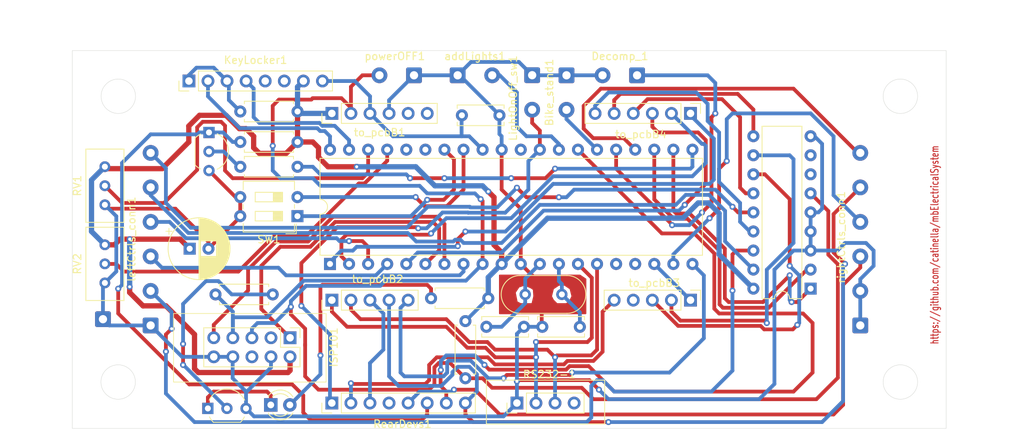
<source format=kicad_pcb>
(kicad_pcb (version 20211014) (generator pcbnew)
  (title_block (title "Motorbike Electrical System") (rev "1.0") (company "PanicoSoft") (comment 1 "The brain of the Motorbike Electrical System") (comment 2 "All input connectors are linked here"))
  (layers (0 "F.Cu" signal) (31 "B.Cu" signal) (34 "B.Paste" user) (35 "F.Paste" user) (36 "B.SilkS" user "B.Silkscreen") (37 "F.SilkS" user "F.Silkscreen") (38 "B.Mask" user) (39 "F.Mask" user) (44 "Edge.Cuts" user))
  (net 0 "")
  (net 1 "tempPower")
  (net 2 "Net-(KeyLocker1-Pad1)")
  (net 3 "c_leftArrow")
  (net 4 "o_leftArrow")
  (net 5 "c_RS232_RXD")
  (net 6 "c_RS232_TXT")
  (net 7 "Net-(ISP101-Pad1)")
  (net 8 "Net-(ISP101-Pad9)")
  (net 9 "Net-(ISP101-Pad7)")
  (net 12 "Net-(U1-Pad1)")
  (net 13 "Net-(U1-Pad2)")
  (net 14 "Net-(SW1-Pad2)")
  (net 15 "Net-(SW1-Pad1)")
  (net 16 "o_keepAlive")
  (net 17 "c_rightArrow")
  (net 18 "o_rightArrow")
  (net 20 "o_neutral")
  (net 22 "o_engineReady")
  (net 23 "o_horn")
  (net 28 "o_addLight")
  (net 29 "o_upLight")
  (net 30 "Net-(Q3-Pad2)")
  (net 31 "o_downLight")
  (net 32 "GND")
  (net 33 "+5V")
  (net 34 "c_startEngine")
  (net 35 "o_startEngine")
  (net 36 "i_startButton")
  (net 37 "i_engineON")
  (net 38 "i_bykeStand")
  (net 39 "i_leftArrow")
  (net 40 "i_rightArrow")
  (net 41 "i_upLight")
  (net 42 "Net-(U4-Pad13)")
  (net 43 "Net-(U4-Pad12)")
  (net 44 "i_downLight")
  (net 45 "i_addLight")
  (net 46 "i_horn")
  (net 47 "i_decompr")
  (net 48 "i_powerOFF")
  (net 50 "i_neutral")
  (net 53 "Net-(RV2-Pad2)")
  (net 54 "Net-(RV1-Pad2)")
  (net 55 "i_Vx2")
  (net 56 "i_Vx1")
  (net 57 "c_engineOFF")
  (net 60 "o_engineON")
  (net 61 "c_rearLight")
  (net 62 "c_brakeSwitch")
  (net 65 "Net-(D1-Pad2)")
  (net 66 "Net-(Q4-Pad2)")
  (net 67 "Net-(D1-Pad1)")
  (footprint "Connector_Wire:SolderWire-0.5sqmm_1x02_P4.6mm_D0.9mm_OD2.1mm" (layer "F.Cu") (at 165.362 59.324 -90)
    (fp_text reference "Bike_stand1")
    (fp_text value "Conn_01x02" hide)
  )
  (footprint "Resistor_THT:R_Axial_DIN0207_L6.3mm_D2.5mm_P7.62mm_Horizontal" (layer "F.Cu") (at 129.548 64.15 180)
    (fp_text reference "R1" hide)
    (fp_text value "1K")
  )
  (footprint "Connector_Wire:SolderWire-0.5sqmm_1x06_P4.6mm_D0.9mm_OD2.1mm" (layer "F.Cu") (at 204.478 92.668 90)
    (fp_text reference "rightCtrls_conn1")
    (fp_text value "Conn_01x06" hide)
  )
  (footprint "Capacitor_THT:C_Disc_D6.0mm_W2.5mm_P5.00mm" (layer "F.Cu") (at 151.432 64.658)
    (fp_text reference "C2" hide)
    (fp_text value "100nF")
  )
  (footprint "Connector_PinHeader_2.54mm:PinHeader_1x08_P2.54mm_Vertical" (layer "F.Cu") (at 115.085 60.086 90)
    (fp_text reference "KeyLocker1")
    (fp_text value "Conn_01x08" hide)
  )
  (footprint "Connector_Wire:SolderWire-0.5sqmm_1x01_D0.9mm_OD2.1mm" (layer "F.Cu") (at 103.64 91.836)
    (fp_text reference "leftCtrls-faston1" hide)
    (fp_text value "Conn_01x01" hide)
  )
  (footprint "Package_DIP:DIP-18_W7.62mm" (layer "F.Cu") (at 197.864 87.762 180)
    (fp_text reference "U1" hide)
    (fp_text value "MCP23008-xP")
  )
  (footprint "Package_TO_SOT_THT:TO-92_Inline_Wide" (layer "F.Cu") (at 117.758 66.944 -90)
    (fp_text reference "Q3" hide)
    (fp_text value "BC337")
  )
  (footprint "Package_DIP:DIP-40_W15.24mm" (layer "F.Cu") (at 133.871 84.475 90)
    (fp_text reference "U4" hide)
    (fp_text value "ATmega16L-8P")
  )
  (footprint "Capacitor_THT:C_Disc_D6.0mm_W2.5mm_P5.00mm" (layer "F.Cu") (at 154.694 92.852)
    (fp_text reference "C4" hide)
    (fp_text value "15pF")
  )
  (footprint "LED_THT:LED_D3.0mm" (layer "F.Cu") (at 125.987 103.266)
    (fp_text reference "D1" hide)
    (fp_text value "LED" hide)
  )
  (footprint "Potentiometer_THT:Potentiometer_Bourns_3296W_Vertical" (layer "F.Cu") (at 103.894 81.92 90)
    (fp_text reference "RV2")
    (fp_text value "10K" hide)
  )
  (footprint "Connector_PinHeader_2.54mm:PinHeader_1x08_P2.54mm_Vertical" (layer "F.Cu") (at 134.1145 103.012 90)
    (fp_text reference "RearDevs1")
    (fp_text value "Conn_01x08" hide)
  )
  (footprint "Connector_Wire:SolderWire-0.5sqmm_1x02_P4.6mm_D0.9mm_OD2.1mm" (layer "F.Cu") (at 145.056 59.324 180)
    (fp_text reference "powerOFF1")
    (fp_text value "Conn_01x02" hide)
  )
  (footprint "Connector_PinHeader_2.54mm:PinHeader_2x05_P2.54mm_Vertical" (layer "F.Cu") (at 128.554 94.314 -90)
    (fp_text reference "ISP101")
    (fp_text value "ISP10 Connector" hide)
  )
  (footprint "Connector_PinHeader_2.54mm:PinHeader_1x05_P2.54mm_Vertical" (layer "F.Cu") (at 134.12 89.296 90)
    (fp_text reference "to_pcbB2")
    (fp_text value "Conn_01x05" hide)
  )
  (footprint "Connector_Wire:SolderWire-0.5sqmm_1x02_P4.6mm_D0.9mm_OD2.1mm" (layer "F.Cu") (at 150.87 59.324)
    (fp_text reference "addLights1")
    (fp_text value "Conn_01x02" hide)
  )
  (footprint "Crystal:Crystal_HC49-U_Vertical" (layer "F.Cu") (at 159.864 88.534)
    (fp_text reference "Y1" hide)
    (fp_text value "8Mhz")
  )
  (footprint "Connector_PinHeader_2.54mm:PinHeader_1x04_P2.54mm_Vertical" (layer "F.Cu") (at 158.758 103.012 90)
    (fp_text reference "RS232-1")
    (fp_text value "Conn_01x04" hide)
  )
  (footprint "Capacitor_THT:C_Disc_D6.0mm_W2.5mm_P5.00mm" (layer "F.Cu") (at 167.14 92.852 180)
    (fp_text reference "C3" hide)
    (fp_text value "15pf")
  )
  (footprint "Resistor_THT:R_Axial_DIN0207_L6.3mm_D2.5mm_P7.62mm_Horizontal" (layer "F.Cu") (at 151.9 92.09 -90)
    (fp_text reference "R2" hide)
    (fp_text value "10K")
  )
  (footprint "Connector_Wire:SolderWire-0.5sqmm_1x02_P4.6mm_D0.9mm_OD2.1mm" (layer "F.Cu") (at 160.79 59.31 -90)
    (fp_text reference "LightOnOff_sw1")
    (fp_text value "Conn_01x02" hide)
  )
  (footprint "Connector_PinHeader_2.54mm:PinHeader_1x05_P2.54mm_Vertical" (layer "F.Cu") (at 181.872 89.296 -90)
    (fp_text reference "to_pcbB3")
    (fp_text value "Conn_01x05" hide)
  )
  (footprint "Resistor_THT:R_Axial_DIN0207_L6.3mm_D2.5mm_P7.62mm_Horizontal" (layer "F.Cu") (at 121.928 71.516)
    (fp_text reference "R7" hide)
    (fp_text value "10K")
  )
  (footprint "Connector_PinHeader_2.54mm:PinHeader_1x06_P2.54mm_Vertical" (layer "F.Cu") (at 181.872 64.404 -90)
    (fp_text reference "to_pcbB4")
    (fp_text value "Conn_01x06" hide)
  )
  (footprint "Connector_Wire:SolderWire-0.5sqmm_1x06_P4.6mm_D0.9mm_OD2.1mm" (layer "F.Cu") (at 109.99 92.668 90)
    (fp_text reference "leftCtrls_conn1")
    (fp_text value "Conn_01x06" hide)
  )
  (footprint "Connector_Wire:SolderWire-0.5sqmm_1x02_P4.6mm_D0.9mm_OD2.1mm" (layer "F.Cu") (at 174.76 59.324 180)
    (fp_text reference "Decomp_1")
    (fp_text value "Conn_01x02" hide)
  )
  (footprint "Potentiometer_THT:Potentiometer_Bourns_3296W_Vertical" (layer "F.Cu") (at 103.894 71.506 90)
    (fp_text reference "RV1")
    (fp_text value "10K" hide)
  )
  (footprint "Resistor_THT:R_Axial_DIN0207_L6.3mm_D2.5mm_P7.62mm_Horizontal" (layer "F.Cu") (at 147.328 89.042)
    (fp_text reference "R9" hide)
    (fp_text value "5K")
  )
  (footprint "Resistor_THT:R_Axial_DIN0207_L6.3mm_D2.5mm_P7.62mm_Horizontal" (layer "F.Cu") (at 121.928 68.214)
    (fp_text reference "R6" hide)
    (fp_text value "100K")
  )
  (footprint "Button_Switch_THT:SW_DIP_SPSTx02_Slide_6.7x6.64mm_W7.62mm_P2.54mm_LowProfile" (layer "F.Cu") (at 129.538 78.1 180)
    (fp_text reference "SW1")
    (fp_text value "config" hide)
  )
  (footprint "Capacitor_THT:CP_Radial_D8.0mm_P2.50mm" (layer "F.Cu") (at 115.187349 82.438)
    (fp_text reference "C1" hide)
    (fp_text value "100uf")
  )
  (footprint "Resistor_THT:R_Axial_DIN0207_L6.3mm_D2.5mm_P7.62mm_Horizontal" (layer "F.Cu") (at 126.246 88.534 180)
    (fp_text reference "R8" hide)
    (fp_text value "10K")
  )
  (footprint "Package_TO_SOT_THT:TO-92_Inline_Wide" (layer "F.Cu") (at 117.61 103.732)
    (fp_text reference "Q4" hide)
    (fp_text value "BC337")
  )
  (footprint "Connector_PinHeader_2.54mm:PinHeader_1x06_P2.54mm_Vertical" (layer "F.Cu") (at 134.12 64.404 90)
    (fp_text reference "to_pcbB1")
    (fp_text value "Conn_01x06" hide)
  )
  (gr_poly (pts (xy 167.902 86.502) (xy 167.902 88.788) (xy 166.124 88.788) (xy 165.87 87.772) (xy 165.108 87.264) (xy 164.346 87.264) (xy 163.584 87.772) (xy 163.33 88.788) (xy 161.044 88.788) (xy 160.97831 87.872725) (xy 160.663 87.645) (xy 159.774 87.264) (xy 159.012 87.518) (xy 158.504 88.28) (xy 156.98 88.28) (xy 156.472 88.28) (xy 156.472 85.994) (xy 167.14 85.994)) (layer "F.Cu") (width 0.2) (fill solid))
  (gr_poly (pts (xy 156.472 91.074) (xy 156.472 88.28) (xy 158.504 88.28) (xy 158.758 89.55) (xy 159.266 89.804) (xy 160.028 89.804) (xy 160.79 89.804) (xy 161.044 88.788) (xy 163.33 88.788) (xy 163.584 89.296) (xy 164.092 89.804) (xy 164.6 89.804) (xy 165.362 89.804) (xy 165.87 89.296) (xy 166.124 88.788) (xy 167.902 88.788) (xy 167.902 91.074) (xy 157.234 91.074)) (layer "F.Cu") (width 0.2) (fill solid))
  (gr_rect (start 154.694 105.806) (end 170.442 99.964) (layer "F.SilkS") (width 0.12) (fill none))
  (gr_rect (start 113.038 91.074) (end 133.358 100.218) (layer "F.SilkS") (width 0.1) (fill none))
  (gr_circle (center 105.682866 62.118) (end 107.963522 61.869522) (layer "Edge.Cuts") (width 0.05) (fill none))
  (gr_circle (center 209.817344 62.118) (end 212.098 61.869522) (layer "Edge.Cuts") (width 0.05) (fill none))
  (gr_circle (center 209.817344 100.212478) (end 212.098 99.964) (layer "Edge.Cuts") (width 0.05) (fill none))
  (gr_circle (center 105.663849 100.212478) (end 107.944505 99.964) (layer "Edge.Cuts") (width 0.05) (fill none))
  (gr_rect (start 99.565 56.022) (end 215.908 106.402) (layer "Edge.Cuts") (width 0.05) (fill none))
  (gr_text "https://github.com/catinella/mbElectricalSystem" (at 214.384 81.93 90) (layer "F.Cu") (effects (font (size 1 0.7) (thickness 0.125))))
  (segment (start 129.548 68.214) (end 131.58 68.214) (width 0.7) (layer "F.Cu") (net 1))
  (segment (start 107.196 87.518) (end 107.196 88.28) (width 0.7) (layer "F.Cu") (net 1))
  (segment (start 155.71 81.93) (end 156.726 82.946) (width 0.7) (layer "F.Cu") (net 1))
  (segment (start 156.726 84.47) (end 156.731 84.475) (width 0.7) (layer "F.Cu") (net 1))
  (segment (start 131.58 68.214) (end 132.342 68.976) (width 0.7) (layer "F.Cu") (net 1))
  (segment (start 116.497026 64.658) (end 120.023 64.658) (width 0.7) (layer "F.Cu") (net 1))
  (segment (start 154.948 74.818) (end 155.71 75.58) (width 0.7) (layer "F.Cu") (net 1))
  (segment (start 115.07 66.085026) (end 116.497026 64.658) (width 0.7) (layer "F.Cu") (net 1))
  (segment (start 121.801 66.436) (end 122.69 66.436) (width 0.7) (layer "F.Cu") (net 1))
  (segment (start 111.514 71.77) (end 115.07 68.214) (width 0.7) (layer "F.Cu") (net 1))
  (segment (start 116.34 98.948) (end 128.278 98.948) (width 0.7) (layer "F.Cu") (net 1))
  (segment (start 108.974 90.058) (end 112.022 90.058) (width 0.7) (layer "F.Cu") (net 1))
  (segment (start 128.024 69.738) (end 129.548 68.214) (width 0.7) (layer "F.Cu") (net 1))
  (segment (start 122.69 66.436) (end 123.706 67.452) (width 0.7) (layer "F.Cu") (net 1))
  (segment (start 128.278 98.948) (end 128.554 98.672) (width 0.7) (layer "F.Cu") (net 1))
  (segment (start 115.187349 82.438) (end 113.917349 81.168) (width 0.7) (layer "F.Cu") (net 1))
  (segment (start 133.612 71.516) (end 137.422 71.516) (width 0.7) (layer "F.Cu") (net 1))
  (segment (start 113.917349 81.168) (end 107.196 81.168) (width 0.7) (layer "F.Cu") (net 1))
  (segment (start 124.468 69.738) (end 128.024 69.738) (width 0.7) (layer "F.Cu") (net 1))
  (segment (start 155.71 75.58) (end 155.71 81.93) (width 0.7) (layer "F.Cu") (net 1))
  (segment (start 128.554 98.672) (end 128.554 96.854) (width 0.7) (layer "F.Cu") (net 1))
  (segment (start 129.548 64.15) (end 129.548 68.214) (width 0.7) (layer "F.Cu") (net 1))
  (segment (start 123.706 67.452) (end 123.706 68.976) (width 0.7) (layer "F.Cu") (net 1))
  (segment (start 103.894 71.506) (end 104.158 71.77) (width 0.7) (layer "F.Cu") (net 1))
  (segment (start 105.174 81.92) (end 103.894 81.92) (width 0.7) (layer "F.Cu") (net 1))
  (segment (start 115.832 98.44) (end 116.34 98.948) (width 0.7) (layer "F.Cu") (net 1))
  (segment (start 123.706 68.976) (end 124.468 69.738) (width 0.7) (layer "F.Cu") (net 1))
  (segment (start 112.022 90.058) (end 115.832 93.868) (width 0.7) (layer "F.Cu") (net 1))
  (segment (start 132.342 68.976) (end 132.342 70.246) (width 0.7) (layer "F.Cu") (net 1))
  (segment (start 132.342 70.246) (end 133.612 71.516) (width 0.7) (layer "F.Cu") (net 1))
  (segment (start 120.023 64.658) (end 121.801 66.436) (width 0.7) (layer "F.Cu") (net 1))
  (segment (start 107.196 81.168) (end 105.926 81.168) (width 0.7) (layer "F.Cu") (net 1))
  (segment (start 156.726 82.946) (end 156.726 84.47) (width 0.7) (layer "F.Cu") (net 1))
  (segment (start 104.158 71.77) (end 111.514 71.77) (width 0.7) (layer "F.Cu") (net 1))
  (segment (start 107.196 88.28) (end 108.974 90.058) (width 0.7) (layer "F.Cu") (net 1))
  (segment (start 115.07 68.214) (end 115.07 66.085026) (width 0.7) (layer "F.Cu") (net 1))
  (segment (start 105.926 81.168) (end 105.174 81.92) (width 0.7) (layer "F.Cu") (net 1))
  (segment (start 115.832 93.868) (end 115.832 98.44) (width 0.7) (layer "F.Cu") (net 1))
  (via (at 107.196 81.168) (size 0.8) (drill 0.4) (layers "F.Cu" "B.Cu") (net 1))
  (via (at 154.948 74.818) (size 0.8) (drill 0.4) (layers "F.Cu" "B.Cu") (net 1))
  (via (at 107.196 87.518) (size 0.8) (drill 0.4) (layers "F.Cu" "B.Cu") (net 1))
  (via (at 137.422 71.516) (size 0.8) (drill 0.4) (layers "F.Cu" "B.Cu") (net 1))
  (segment (start 154.948 86.248) (end 156.721 84.475) (width 0.7) (layer "B.Cu") (net 1))
  (segment (start 154.186 74.056) (end 147.836 74.056) (width 0.7) (layer "B.Cu") (net 1))
  (segment (start 103.894 71.506) (end 102.116 73.284) (width 0.7) (layer "B.Cu") (net 1))
  (segment (start 147.836 74.056) (end 145.296 71.516) (width 0.7) (layer "B.Cu") (net 1))
  (segment (start 154.948 74.818) (end 154.186 74.056) (width 0.7) (layer "B.Cu") (net 1))
  (segment (start 145.296 71.516) (end 137.422 71.516) (width 0.7) (layer "B.Cu") (net 1))
  (segment (start 151.9 92.09) (end 154.948 89.042) (width 0.5) (layer "B.Cu") (net 1))
  (segment (start 107.196 87.518) (end 107.196 81.168) (width 0.7) (layer "B.Cu") (net 1))
  (segment (start 185.682 83.2) (end 190.244 87.762) (width 0.7) (layer "B.Cu") (net 1))
  (segment (start 180.882688 78.347312) (end 182.888 76.342) (width 0.7) (layer "B.Cu") (net 1))
  (segment (start 179.031185 78.347312) (end 180.882688 78.347312) (width 0.7) (layer "B.Cu") (net 1))
  (segment (start 102.116 80.142) (end 103.894 81.92) (width 0.7) (layer "B.Cu") (net 1))
  (segment (start 102.116 73.284) (end 102.116 80.142) (width 0.7) (layer "B.Cu") (net 1))
  (segment (start 184.29663 76.342) (end 185.682 77.72737) (width 0.7) (layer "B.Cu") (net 1))
  (segment (start 179.004497 78.374) (end 179.031185 78.347312) (width 0.7) (layer "B.Cu") (net 1))
  (segment (start 129.548 60.863) (end 130.325 60.086) (width 0.7) (layer "B.Cu") (net 1))
  (segment (start 185.682 77.72737) (end 185.682 83.2) (width 0.7) (layer "B.Cu") (net 1))
  (segment (start 154.948 89.042) (end 154.948 86.248) (width 0.7) (layer "B.Cu") (net 1))
  (segment (start 129.548 64.15) (end 129.548 60.863) (width 0.7) (layer "B.Cu") (net 1))
  (segment (start 129.548 64.15) (end 129.802 64.404) (width 0.7) (layer "B.Cu") (net 1))
  (segment (start 162.832 78.374) (end 179.004497 78.374) (width 0.7) (layer "B.Cu") (net 1))
  (segment (start 156.731 84.475) (end 162.832 78.374) (width 0.7) (layer "B.Cu") (net 1))
  (segment (start 156.721 84.475) (end 156.731 84.475) (width 0.7) (layer "B.Cu") (net 1))
  (segment (start 129.802 64.404) (end 134.12 64.404) (width 0.7) (layer "B.Cu") (net 1))
  (segment (start 182.888 76.342) (end 184.29663 76.342) (width 0.7) (layer "B.Cu") (net 1))
  (segment (start 120.404 62.626) (end 121.928 64.15) (width 0.5) (layer "B.Cu") (net 2))
  (segment (start 116.086 58.308) (end 118.387 58.308) (width 0.5) (layer "B.Cu") (net 2))
  (segment (start 115.085 60.086) (end 115.085 59.309) (width 0.5) (layer "B.Cu") (net 2))
  (segment (start 118.387 58.308) (end 120.165 60.086) (width 0.5) (layer "B.Cu") (net 2))
  (segment (start 120.404 60.325) (end 120.404 62.626) (width 0.5) (layer "B.Cu") (net 2))
  (segment (start 115.085 59.309) (end 116.086 58.308) (width 0.5) (layer "B.Cu") (net 2))
  (segment (start 120.165 60.086) (end 120.404 60.325) (width 0.5) (layer "B.Cu") (net 2))
  (segment (start 168.944 97.398) (end 170.168 96.174) (width 0.5) (layer "F.Cu") (net 3))
  (segment (start 147.074 97.932) (end 148.09 96.916) (width 0.5) (layer "F.Cu") (net 3))
  (segment (start 148.09 96.916) (end 154.880082 96.916) (width 0.5) (layer "F.Cu") (net 3))
  (segment (start 146.566 100.472) (end 147.074 99.964) (width 0.5) (layer "F.Cu") (net 3))
  (segment (start 170.168 96.174) (end 170.168 90.84) (width 0.5) (layer "F.Cu") (net 3))
  (segment (start 170.168 90.84) (end 171.712 89.296) (width 0.5) (layer "F.Cu") (net 3))
  (segment (start 147.074 99.964) (end 147.074 97.932) (width 0.5) (layer "F.Cu") (net 3))
  (segment (start 136.66 100.3845) (end 136.7475 100.472) (width 0.5) (layer "F.Cu") (net 3))
  (segment (start 165.481969 97.398) (end 168.944 97.398) (width 0.5) (layer "F.Cu") (net 3))
  (segment (start 154.880082 96.916) (end 155.828082 97.864) (width 0.5) (layer "F.Cu") (net 3))
  (segment (start 155.828082 97.864) (end 165.015968 97.864) (width 0.5) (layer "F.Cu") (net 3))
  (segment (start 165.015968 97.864) (end 165.481969 97.398) (width 0.5) (layer "F.Cu") (net 3))
  (segment (start 136.7475 100.472) (end 146.566 100.472) (width 0.5) (layer "F.Cu") (net 3))
  (via (at 136.66 100.3845) (size 0.8) (drill 0.4) (layers "F.Cu" "B.Cu") (net 3))
  (segment (start 136.66 103.0065) (end 136.6545 103.012) (width 0.5) (layer "B.Cu") (net 3))
  (segment (start 136.66 100.3845) (end 136.66 103.0065) (width 0.5) (layer "B.Cu") (net 3))
  (segment (start 190.244 80.142) (end 189.766 80.142) (width 0.5) (layer "B.Cu") (net 4))
  (segment (start 182.634 61.61) (end 170.95 61.61) (width 0.5) (layer "B.Cu") (net 4))
  (segment (start 170.95 61.61) (end 169.172 63.388) (width 0.5) (layer "B.Cu") (net 4))
  (segment (start 184.158 65.42) (end 184.158 63.134) (width 0.5) (layer "B.Cu") (net 4))
  (segment (start 184.158 63.134) (end 182.634 61.61) (width 0.5) (layer "B.Cu") (net 4))
  (segment (start 169.172 63.388) (end 169.172 64.404) (width 0.5) (layer "B.Cu") (net 4))
  (segment (start 188.476 76.342) (end 185.682 73.548) (width 0.5) (layer "B.Cu") (net 4))
  (segment (start 185.682 66.944) (end 184.158 65.42) (width 0.5) (layer "B.Cu") (net 4))
  (segment (start 188.476 78.852) (end 188.476 76.342) (width 0.5) (layer "B.Cu") (net 4))
  (segment (start 189.766 80.142) (end 188.476 78.852) (width 0.5) (layer "B.Cu") (net 4))
  (segment (start 185.682 73.548) (end 185.682 66.944) (width 0.5) (layer "B.Cu") (net 4))
  (segment (start 168.731 94.309) (end 168.731 86.315) (width 0.5) (layer "F.Cu") (net 5))
  (segment (start 134.12 90.82) (end 134.12 89.296) (width 0.5) (layer "F.Cu") (net 5))
  (segment (start 149.36 92.852) (end 136.152 92.852) (width 0.5) (layer "F.Cu") (net 5))
  (segment (start 168.731 86.315) (end 166.891 84.475) (width 0.5) (layer "F.Cu") (net 5))
  (segment (start 161.298 94.884) (end 168.156 94.884) (width 0.5) (layer "F.Cu") (net 5))
  (segment (start 155.870032 96.916) (end 154.600032 95.646) (width 0.5) (layer "F.Cu") (net 5))
  (segment (start 154.600032 95.646) (end 152.154 95.646) (width 0.5) (layer "F.Cu") (net 5))
  (segment (start 168.156 94.884) (end 168.731 94.309) (width 0.5) (layer "F.Cu") (net 5))
  (segment (start 152.154 95.646) (end 149.36 92.852) (width 0.5) (layer "F.Cu") (net 5))
  (segment (start 161.298 96.916) (end 155.870032 96.916) (width 0.5) (layer "F.Cu") (net 5))
  (segment (start 136.152 92.852) (end 134.12 90.82) (width 0.5) (layer "F.Cu") (net 5))
  (via (at 161.298 96.916) (size 0.8) (drill 0.4) (layers "F.Cu" "B.Cu") (net 5))
  (via (at 161.298 94.884) (size 0.8) (drill 0.4) (layers "F.Cu" "B.Cu") (net 5))
  (segment (start 161.298 96.916) (end 161.298 94.884) (width 0.5) (layer "B.Cu") (net 5))
  (segment (start 161.298 103.012) (end 161.298 96.916) (width 0.5) (layer "B.Cu") (net 5))
  (segment (start 162.822 95.9) (end 155.843982 95.9) (width 0.5) (layer "F.Cu") (net 6))
  (segment (start 164.092 96.662) (end 168.664 96.662) (width 0.5) (layer "F.Cu") (net 6))
  (segment (start 154.827982 94.884) (end 152.408 94.884) (width 0.5) (layer "F.Cu") (net 6))
  (segment (start 137.93 91.836) (end 136.66 90.566) (width 0.5) (layer "F.Cu") (net 6))
  (segment (start 136.66 90.566) (end 136.66 89.296) (width 0.5) (layer "F.Cu") (net 6))
  (segment (start 149.36 91.836) (end 137.93 91.836) (width 0.5) (layer "F.Cu") (net 6))
  (segment (start 152.408 94.884) (end 149.36 91.836) (width 0.5) (layer "F.Cu") (net 6))
  (segment (start 163.838 96.916) (end 164.092 96.662) (width 0.5) (layer "F.Cu") (net 6))
  (segment (start 155.843982 95.9) (end 154.827982 94.884) (width 0.5) (layer "F.Cu") (net 6))
  (segment (start 163.838 96.916) (end 162.822 95.9) (width 0.5) (layer "F.Cu") (net 6))
  (segment (start 169.431 95.895) (end 169.431 84.475) (width 0.5) (layer "F.Cu") (net 6))
  (segment (start 168.664 96.662) (end 169.431 95.895) (width 0.5) (layer "F.Cu") (net 6))
  (via (at 163.838 96.916) (size 0.8) (drill 0.4) (layers "F.Cu" "B.Cu") (net 6))
  (segment (start 163.838 103.012) (end 163.838 96.916) (width 0.5) (layer "B.Cu") (net 6))
  (segment (start 131.24785 82.184) (end 134.56035 78.8715) (width 0.5) (layer "F.Cu") (net 7))
  (segment (start 148.411 79.711) (end 148.411 82.635) (width 0.5) (layer "F.Cu") (net 7))
  (segment (start 124.722 90.482) (end 124.722 84.724) (width 0.5) (layer "F.Cu") (net 7))
  (segment (start 127.262 82.184) (end 131.24785 82.184) (width 0.5) (layer "F.Cu") (net 7))
  (segment (start 124.722 84.724) (end 127.262 82.184) (width 0.5) (layer "F.Cu") (net 7))
  (segment (start 147.5715 78.8715) (end 148.411 79.711) (width 0.5) (layer "F.Cu") (net 7))
  (segment (start 128.554 94.314) (end 124.722 90.482) (width 0.5) (layer "F.Cu") (net 7))
  (segment (start 134.56035 78.8715) (end 147.5715 78.8715) (width 0.5) (layer "F.Cu") (net 7))
  (segment (start 148.411 82.635) (end 146.571 84.475) (width 0.5) (layer "F.Cu") (net 7))
  (segment (start 134.2704 78.1715) (end 148.1415 78.1715) (width 0.5) (layer "F.Cu") (net 8))
  (segment (start 126.692 81.484) (end 130.9579 81.484) (width 0.5) (layer "F.Cu") (net 8))
  (segment (start 122.964 85.212) (end 126.692 81.484) (width 0.5) (layer "F.Cu") (net 8))
  (segment (start 130.9579 81.484) (end 134.2704 78.1715) (width 0.5) (layer "F.Cu") (net 8))
  (segment (start 118.394 94.314) (end 118.394 92.576) (width 0.5) (layer "F.Cu") (net 8))
  (segment (start 148.1415 78.1715) (end 149.111 79.141) (width 0.5) (layer "F.Cu") (net 8))
  (segment (start 122.964 88.006) (end 122.964 85.212) (width 0.5) (layer "F.Cu") (net 8))
  (segment (start 118.394 92.576) (end 122.964 88.006) (width 0.5) (layer "F.Cu") (net 8))
  (segment (start 149.111 79.141) (end 149.111 84.475) (width 0.5) (layer "F.Cu") (net 8))
  (segment (start 151.138 85.994) (end 151.651 85.481) (width 0.5) (layer "B.Cu") (net 9))
  (segment (start 140.26195 86.694) (end 140.96195 85.994) (width 0.5) (layer "B.Cu") (net 9))
  (segment (start 151.651 85.481) (end 151.651 84.475) (width 0.5) (layer "B.Cu") (net 9))
  (segment (start 120.934 91.582) (end 125.484001 91.582) (width 0.5) (layer "B.Cu") (net 9))
  (segment (start 130.372001 86.694) (end 140.26195 86.694) (width 0.5) (layer "B.Cu") (net 9))
  (segment (start 120.934 90.842) (end 120.934 94.314) (width 0.5) (layer "B.Cu") (net 9))
  (segment (start 125.484001 91.582) (end 130.372001 86.694) (width 0.5) (layer "B.Cu") (net 9))
  (segment (start 140.96195 85.994) (end 151.138 85.994) (width 0.5) (layer "B.Cu") (net 9))
  (segment (start 120.934 94.314) (end 120.934 91.582) (width 0.5) (layer "B.Cu") (net 9))
  (segment (start 118.626 88.534) (end 120.934 90.842) (width 0.5) (layer "B.Cu") (net 9))
  (segment (start 179.591 77.363) (end 179.591 69.235) (width 0.5) (layer "F.Cu") (net 12))
  (segment (start 191.524 89.55) (end 186.952 89.55) (width 0.5) (layer "F.Cu") (net 12))
  (segment (start 186.444 89.042) (end 186.444 82.437294) (width 0.5) (layer "F.Cu") (net 12))
  (segment (start 179.975312 77.747312) (end 179.591 77.363) (width 0.5) (layer "F.Cu") (net 12))
  (segment (start 196.076 89.55) (end 197.864 87.762) (width 0.5) (layer "F.Cu") (net 12))
  (segment (start 186.444 82.437294) (end 181.754018 77.747312) (width 0.5) (layer "F.Cu") (net 12))
  (segment (start 195.334 89.55) (end 196.076 89.55) (width 0.5) (layer "F.Cu") (net 12))
  (segment (start 181.754018 77.747312) (end 179.975312 77.747312) (width 0.5) (layer "F.Cu") (net 12))
  (segment (start 186.952 89.55) (end 186.444 89.042) (width 0.5) (layer "F.Cu") (net 12))
  (segment (start 195.08 85.994) (end 191.524 89.55) (width 0.5) (layer "F.Cu") (net 12))
  (via (at 195.08 85.994) (size 0.8) (drill 0.4) (layers "F.Cu" "B.Cu") (net 12))
  (via (at 195.334 89.55) (size 0.8) (drill 0.4) (layers "F.Cu" "B.Cu") (net 12))
  (segment (start 195.08 85.994) (end 195.08 89.296) (width 0.5) (layer "B.Cu") (net 12))
  (segment (start 195.08 89.296) (end 195.334 89.55) (width 0.5) (layer "B.Cu") (net 12))
  (segment (start 186.19 90.312) (end 192.286 90.312) (width 0.5) (layer "F.Cu") (net 13))
  (segment (start 177.051 69.235) (end 177.051 75.86505) (width 0.5) (layer "F.Cu") (net 13))
  (segment (start 185.744 89.866) (end 186.19 90.312) (width 0.5) (layer "F.Cu") (net 13))
  (segment (start 185.744 82.727244) (end 185.744 89.866) (width 0.5) (layer "F.Cu") (net 13))
  (segment (start 192.286 90.312) (end 197.376 85.222) (width 0.5) (layer "F.Cu") (net 13))
  (segment (start 177.051 75.86505) (end 179.633262 78.447312) (width 0.5) (layer "F.Cu") (net 13))
  (segment (start 179.633262 78.447312) (end 181.464068 78.447312) (width 0.5) (layer "F.Cu") (net 13))
  (segment (start 181.464068 78.447312) (end 185.744 82.727244) (width 0.5) (layer "F.Cu") (net 13))
  (segment (start 197.376 85.222) (end 197.864 85.222) (width 0.5) (layer "F.Cu") (net 13))
  (segment (start 145.276 75.579582) (end 146.467918 76.7715) (width 0.5) (layer "F.Cu") (net 14))
  (segment (start 149.4385 76.7715) (end 151.651 74.559) (width 0.5) (layer "F.Cu") (net 14))
  (segment (start 145.276 75.56) (end 145.276 75.579582) (width 0.5) (layer "F.Cu") (net 14))
  (segment (start 146.467918 76.7715) (end 149.4385 76.7715) (width 0.5) (layer "F.Cu") (net 14))
  (segment (start 151.651 74.559) (end 151.651 69.235) (width 0.5) (layer "F.Cu") (net 14))
  (via (at 145.276 75.56) (size 0.8) (drill 0.4) (layers "F.Cu" "B.Cu") (net 14))
  (segment (start 129.538 75.56) (end 145.276 75.56) (width 0.5) (layer "B.Cu") (net 14))
  (segment (start 149.0185 75.9215) (end 150.376 74.564) (width 0.5) (layer "F.Cu") (net 15))
  (segment (start 146.82 75.9215) (end 149.0185 75.9215) (width 0.5) (layer "F.Cu") (net 15))
  (segment (start 150.376 70.5) (end 149.111 69.235) (width 0.5) (layer "F.Cu") (net 15))
  (segment (start 150.376 74.564) (end 150.376 70.5) (width 0.5) (layer "F.Cu") (net 15))
  (via (at 146.82 75.9215) (size 0.8) (drill 0.4) (layers "F.Cu" "B.Cu") (net 15))
  (segment (start 146.82 75.9215) (end 144.6415 78.1) (width 0.5) (layer "B.Cu") (net 15))
  (segment (start 144.6415 78.1) (end 129.538 78.1) (width 0.5) (layer "B.Cu") (net 15))
  (segment (start 181.872 89.296) (end 177.051 84.475) (width 0.5) (layer "B.Cu") (net 16))
  (segment (start 140.978 91.074) (end 139.2 89.296) (width 0.5) (layer "B.Cu") (net 17))
  (segment (start 139.1945 97.6835) (end 140.978 95.9) (width 0.5) (layer "B.Cu") (net 17))
  (segment (start 139.1945 103.012) (end 139.1945 97.6835) (width 0.5) (layer "B.Cu") (net 17))
  (segment (start 140.978 95.9) (end 140.978 91.074) (width 0.5) (layer "B.Cu") (net 17))
  (segment (start 188.16 61.802) (end 172.536 61.802) (width 0.5) (layer "F.Cu") (net 18))
  (segment (start 190.244 67.442) (end 190.244 63.886) (width 0.5) (layer "F.Cu") (net 18))
  (segment (start 190.244 63.886) (end 188.16 61.802) (width 0.5) (layer "F.Cu") (net 18))
  (segment (start 171.712 62.626) (end 171.712 64.404) (width 0.5) (layer "F.Cu") (net 18))
  (segment (start 172.536 61.802) (end 171.712 62.626) (width 0.5) (layer "F.Cu") (net 18))
  (segment (start 180.224 92.728) (end 176.792 89.296) (width 0.5) (layer "F.Cu") (net 20))
  (segment (start 195.08 75.834) (end 191.768 72.522) (width 0.5) (layer "F.Cu") (net 20))
  (segment (start 195.5 93.194) (end 191.679918 93.194) (width 0.5) (layer "F.Cu") (net 20))
  (segment (start 196.096 92.598) (end 195.5 93.194) (width 0.5) (layer "F.Cu") (net 20))
  (segment (start 195.08 84.724) (end 195.08 75.834) (width 0.5) (layer "F.Cu") (net 20))
  (segment (start 191.213918 92.728) (end 180.224 92.728) (width 0.5) (layer "F.Cu") (net 20))
  (segment (start 191.768 72.522) (end 190.244 72.522) (width 0.5) (layer "F.Cu") (net 20))
  (segment (start 191.679918 93.194) (end 191.213918 92.728) (width 0.5) (layer "F.Cu") (net 20))
  (via (at 196.096 92.598) (size 0.8) (drill 0.4) (layers "F.Cu" "B.Cu") (net 20))
  (via (at 195.08 84.724) (size 0.8) (drill 0.4) (layers "F.Cu" "B.Cu") (net 20))
  (segment (start 195.08 84.724) (end 196.35 85.994) (width 0.5) (layer "B.Cu") (net 20))
  (segment (start 196.35 85.994) (end 196.35 92.344) (width 0.5) (layer "B.Cu") (net 20))
  (segment (start 196.35 92.344) (end 196.096 92.598) (width 0.5) (layer "B.Cu") (net 20))
  (segment (start 179.332 90.82) (end 179.332 89.296) (width 0.5) (layer "F.Cu") (net 22))
  (segment (start 180.54 92.028) (end 179.332 90.82) (width 0.5) (layer "F.Cu") (net 22))
  (segment (start 191.716 92.028) (end 180.54 92.028) (width 0.5) (layer "F.Cu") (net 22))
  (segment (start 192.032 92.344) (end 191.716 92.028) (width 0.5) (layer "F.Cu") (net 22))
  (via (at 192.032 92.344) (size 0.8) (drill 0.4) (layers "F.Cu" "B.Cu") (net 22))
  (segment (start 190.254 69.992) (end 190.244 69.982) (width 0.5) (layer "B.Cu") (net 22))
  (segment (start 192.032 92.344) (end 192.032 85.232) (width 0.5) (layer "B.Cu") (net 22))
  (segment (start 192.032 85.232) (end 195.588 81.676) (width 0.5) (layer "B.Cu") (net 22))
  (segment (start 195.588 70.5) (end 195.08 69.992) (width 0.5) (layer "B.Cu") (net 22))
  (segment (start 195.08 69.992) (end 190.254 69.992) (width 0.5) (layer "B.Cu") (net 22))
  (segment (start 195.588 81.676) (end 195.588 70.5) (width 0.5) (layer "B.Cu") (net 22))
  (segment (start 188.476 74.31) (end 189.228 75.062) (width 0.5) (layer "F.Cu") (net 23))
  (segment (start 188.476 64.912) (end 188.476 74.31) (width 0.5) (layer "F.Cu") (net 23))
  (segment (start 186.066 62.502) (end 188.476 64.912) (width 0.5) (layer "F.Cu") (net 23))
  (segment (start 174.252 64.404) (end 176.154 62.502) (width 0.5) (layer "F.Cu") (net 23))
  (segment (start 176.154 62.502) (end 186.066 62.502) (width 0.5) (layer "F.Cu") (net 23))
  (segment (start 189.228 75.062) (end 190.244 75.062) (width 0.5) (layer "F.Cu") (net 23))
  (segment (start 183.904 67.96) (end 182.888 66.944) (width 0.5) (layer "F.Cu") (net 28))
  (segment (start 181.11 76.596) (end 183.904 73.802) (width 0.5) (layer "F.Cu") (net 28))
  (segment (start 182.888 66.944) (end 177.554 66.944) (width 0.5) (layer "F.Cu") (net 28))
  (segment (start 177.554 66.944) (end 176.792 66.182) (width 0.5) (layer "F.Cu") (net 28))
  (segment (start 176.792 66.182) (end 176.792 64.404) (width 0.5) (layer "F.Cu") (net 28))
  (segment (start 183.904 73.802) (end 183.904 67.96) (width 0.5) (layer "F.Cu") (net 28))
  (via (at 181.11 76.596) (size 0.8) (drill 0.4) (layers "F.Cu" "B.Cu") (net 28))
  (segment (start 180.348 77.358) (end 181.11 76.596) (width 0.5) (layer "B.Cu") (net 28))
  (segment (start 156.726 82.946) (end 162.314 77.358) (width 0.5) (layer "B.Cu") (net 28))
  (segment (start 144.031 84.475) (end 145.56 82.946) (width 0.5) (layer "B.Cu") (net 28))
  (segment (start 162.314 77.358) (end 180.348 77.358) (width 0.5) (layer "B.Cu") (net 28))
  (segment (start 145.56 82.946) (end 156.726 82.946) (width 0.5) (layer "B.Cu") (net 28))
  (segment (start 135.39 83.454) (end 136.411 84.475) (width 0.5) (layer "F.Cu") (net 29))
  (segment (start 135.39 81.235918) (end 135.39 83.454) (width 0.5) (layer "F.Cu") (net 29))
  (segment (start 147.163 80.571) (end 136.054918 80.571) (width 0.5) (layer "F.Cu") (net 29))
  (segment (start 147.328 80.406) (end 147.163 80.571) (width 0.5) (layer "F.Cu") (net 29))
  (segment (start 136.054918 80.571) (end 135.39 81.235918) (width 0.5) (layer "F.Cu") (net 29))
  (via (at 147.328 80.406) (size 0.8) (drill 0.4) (layers "F.Cu" "B.Cu") (net 29))
  (segment (start 182.126 72.786) (end 163.584 72.786) (width 0.5) (layer "B.Cu") (net 29))
  (segment (start 163.584 72.786) (end 157.996 78.374) (width 0.5) (layer "B.Cu") (net 29))
  (segment (start 183.904 71.008) (end 182.126 72.786) (width 0.5) (layer "B.Cu") (net 29))
  (segment (start 183.904 68.722) (end 183.904 71.008) (width 0.5) (layer "B.Cu") (net 29))
  (segment (start 149.36 78.374) (end 147.328 80.406) (width 0.5) (layer "B.Cu") (net 29))
  (segment (start 179.332 64.404) (end 183.396 68.468) (width 0.5) (layer "B.Cu") (net 29))
  (segment (start 157.996 78.374) (end 149.36 78.374) (width 0.5) (layer "B.Cu") (net 29))
  (segment (start 183.396 68.468) (end 183.65 68.468) (width 0.5) (layer "B.Cu") (net 29))
  (segment (start 183.65 68.468) (end 183.904 68.722) (width 0.5) (layer "B.Cu") (net 29))
  (segment (start 121.748 71.516) (end 121.928 71.516) (width 0.5) (layer "B.Cu") (net 30))
  (segment (start 117.758 69.484) (end 119.716 69.484) (width 0.5) (layer "B.Cu") (net 30))
  (segment (start 119.716 69.484) (end 121.748 71.516) (width 0.5) (layer "B.Cu") (net 30))
  (segment (start 150.884 81.168) (end 150.884 82.0965) (width 0.5) (layer "F.Cu") (net 31))
  (segment (start 151.9 80.152) (end 150.884 81.168) (width 0.5) (layer "F.Cu") (net 31))
  (via (at 150.884 82.0965) (size 0.8) (drill 0.4) (layers "F.Cu" "B.Cu") (net 31))
  (via (at 151.9 80.152) (size 0.8) (drill 0.4) (layers "F.Cu" "B.Cu") (net 31))
  (segment (start 136.914 82.692) (end 135.39 82.692) (width 0.5) (layer "B.Cu") (net 31))
  (segment (start 163.584 73.802) (end 184.412 73.802) (width 0.5) (layer "B.Cu") (net 31))
  (segment (start 157.234 80.152) (end 163.584 73.802) (width 0.5) (layer "B.Cu") (net 31))
  (segment (start 151.9 80.152) (end 157.234 80.152) (width 0.5) (layer "B.Cu") (net 31))
  (segment (start 133.871 84.211) (end 133.871 84.475) (width 0.5) (layer "B.Cu") (net 31))
  (segment (start 181.872 64.658) (end 181.872 64.404) (width 0.5) (layer "B.Cu") (net 31))
  (segment (start 135.39 82.692) (end 133.871 84.211) (width 0.5) (layer "B.Cu") (net 31))
  (segment (start 184.982 67.768) (end 181.872 64.658) (width 0.5) (layer "B.Cu") (net 31))
  (segment (start 150.7965 82.184) (end 137.422 82.184) (width 0.5) (layer "B.Cu") (net 31))
  (segment (start 184.982 73.232) (end 184.982 67.768) (width 0.5) (layer "B.Cu") (net 31))
  (segment (start 184.412 73.802) (end 184.982 73.232) (width 0.5) (layer "B.Cu") (net 31))
  (segment (start 137.422 82.184) (end 136.914 82.692) (width 0.5) (layer "B.Cu") (net 31))
  (segment (start 150.884 82.0965) (end 150.7965 82.184) (width 0.5) (layer "B.Cu") (net 31))
  (segment (start 156.726 69.24) (end 156.731 69.235) (width 0.5) (layer "F.Cu") (net 32))
  (segment (start 159.271 77.109) (end 156.726 74.564) (width 0.5) (layer "F.Cu") (net 32))
  (segment (start 162.06 87.264) (end 159.271 84.475) (width 0.5) (layer "F.Cu") (net 32))
  (segment (start 168.41 99.964) (end 169.68 101.234) (width 0.5) (layer "F.Cu") (net 32))
  (segment (start 159.271 84.475) (end 159.271 77.109) (width 0.5) (layer "F.Cu") (net 32))
  (segment (start 158.9245 99.964) (end 168.41 99.964) (width 0.5) (layer "F.Cu") (net 32))
  (segment (start 162.06 92.772) (end 162.06 87.264) (width 0.5) (layer "F.Cu") (net 32))
  (segment (start 117.687349 81.499349) (end 117.687349 82.438) (width 0.5) (layer "F.Cu") (net 32))
  (segment (start 121.918 78.207349) (end 121.918 78.1) (width 0.5) (layer "F.Cu") (net 32))
  (segment (start 117.687349 82.438) (end 121.918 78.207349) (width 0.5) (layer "F.Cu") (net 32))
  (segment (start 103.894 76.586) (end 104.412 77.104) (width 0.5) (layer "F.Cu") (net 32))
  (segment (start 158.758 100.1305) (end 158.9245 99.964) (width 0.5) (layer "F.Cu") (net 32))
  (segment (start 121.918 75.56) (end 121.918 78.1) (width 0.5) (layer "F.Cu") (net 32))
  (segment (start 121.294 75.56) (end 121.918 75.56) (width 0.5) (layer "F.Cu") (net 32))
  (segment (start 117.758 72.024) (end 121.294 75.56) (width 0.5) (layer "F.Cu") (net 32))
  (segment (start 156.726 74.564) (end 156.726 69.24) (width 0.5) (layer "F.Cu") (net 32))
  (segment (start 104.412 77.104) (end 113.292 77.104) (width 0.5) (layer "F.Cu") (net 32))
  (segment (start 113.292 77.104) (end 117.687349 81.499349) (width 0.5) (layer "F.Cu") (net 32))
  (via (at 158.758 100.1305) (size 0.8) (drill 0.4) (layers "F.Cu" "B.Cu") (net 32))
  (via (at 169.68 101.234) (size 0.8) (drill 0.4) (layers "F.Cu" "B.Cu") (net 32))
  (segment (start 159.694 92.852) (end 162.14 92.852) (width 0.5) (layer "B.Cu") (net 32))
  (segment (start 156.726 67.452) (end 156.726 69.23) (width 0.5) (layer "B.Cu") (net 32))
  (segment (start 150.87 59.324) (end 151.138 59.324) (width 0.5) (layer "B.Cu") (net 32))
  (segment (start 165.362 59.324) (end 160.804 59.324) (width 0.5) (layer "B.Cu") (net 32))
  (segment (start 193.048 100.472) (end 193.048 85.232) (width 0.5) (layer "B.Cu") (net 32))
  (segment (start 156.432 67.158) (end 156.726 67.452) (width 0.5) (layer "B.Cu") (net 32))
  (segment (start 170.95 102.504) (end 191.016 102.504) (width 0.5) (layer "B.Cu") (net 32))
  (segment (start 122.69 101.595) (end 122.69 103.774) (width 0.5) (layer "B.Cu") (net 32))
  (segment (start 199.398 77.104) (end 198.9 77.602) (width 0.5) (layer "B.Cu") (net 32))
  (segment (start 158.758 100.1305) (end 158.758 103.012) (width 0.5) (layer "B.Cu") (net 32))
  (segment (start 158.758 100.1305) (end 158.758 93.788) (width 0.5) (layer "B.Cu") (net 32))
  (segment (start 206.256 84.724) (end 206.256 82.692) (width 0.5) (layer "B.Cu") (net 32))
  (segment (start 120.934 96.854) (end 120.912 96.876) (width 0.5) (layer "B.Cu") (net 32))
  (segment (start 156.726 69.23) (end 156.731 69.235) (width 0.5) (layer "B.Cu") (net 32))
  (segment (start 105.418 85.476) (end 103.894 87) (width 0.5) (layer "B.Cu") (net 32))
  (segment (start 198.9 77.602) (end 197.864 77.602) (width 0.5) (layer "B.Cu") (net 32))
  (segment (start 160.804 59.324) (end 159.026 57.546) (width 0.5) (layer "B.Cu") (net 32))
  (segment (start 104.472 92.668) (end 103.64 91.836) (width 0.5) (layer "B.Cu") (net 32))
  (segment (start 120.912 99.71) (end 122.69 101.488) (width 0.5) (layer "B.Cu") (net 32))
  (segment (start 204.478 86.502) (end 206.256 84.724) (width 0.5) (layer "B.Cu") (net 32))
  (segment (start 122.69 103.732) (end 123.748 104.79) (width 0.5) (layer "B.Cu") (net 32))
  (segment (start 126.014 96.854) (end 126.014 98.271) (width 0.5) (layer "B.Cu") (net 32))
  (segment (start 204.478 92.668) (end 204.478 88.068) (width 0.5) (layer "B.Cu") (net 32))
  (segment (start 159.026 57.546) (end 152.648 57.546) (width 0.5) (layer "B.Cu") (net 32))
  (segment (start 206.256 82.692) (end 205.24 81.676) (width 0.5) (layer "B.Cu") (net 32))
  (segment (start 202.446 81.676) (end 201.43 82.692) (width 0.5) (layer "B.Cu") (net 32))
  (segment (start 103.64 91.836) (end 103.64 87.254) (width 0.5) (layer "B.Cu") (net 32))
  (segment (start 191.016 102.504) (end 193.048 100.472) (width 0.5) (layer "B.Cu") (net 32))
  (segment (start 170.16 59.324) (end 165.362 59.324) (width 0.5) (layer "B.Cu") (net 32))
  (segment (start 152.648 57.546) (end 150.87 59.324) (width 0.5) (layer "B.Cu") (net 32))
  (segment (start 103.64 87.254) (end 103.894 87) (width 0.5) (layer "B.Cu") (net 32))
  (segment (start 126.014 98.271) (end 122.69 101.595) (width 0.5) (layer "B.Cu") (net 32))
  (segment (start 150.87 59.324) (end 145.056 59.324) (width 0.5) (layer "B.Cu") (net 32))
  (segment (start 195.598 82.682) (end 197.864 82.682) (width 0.5) (layer "B.Cu") (net 32))
  (segment (start 205.24 81.676) (end 202.446 81.676) (width 0.5) (layer "B.Cu") (net 32))
  (segment (start 141.74 64.404) (end 141.74 62.64) (width 0.5) (layer "B.Cu") (net 32))
  (segment (start 103.894 76.586) (end 105.418 78.11) (width 0.5) (layer "B.Cu") (net 32))
  (segment (start 109.99 92.668) (end 104.472 92.668) (width 0.5) (layer "B.Cu") (net 32))
  (segment (start 141.74 62.64) (end 145.056 59.324) (width 0.5) (layer "B.Cu") (net 32))
  (segment (start 123.748 104.79) (end 156.98 104.79) (width 0.5) (layer "B.Cu") (net 32))
  (segment (start 109.99 92.668) (end 114.176 96.854) (width 0.5) (layer "B.Cu") (net 32))
  (segment (start 198.372 67.442) (end 199.398 68.468) (width 0.5) (layer "B.Cu") (net 32))
  (segment (start 197.864 67.442) (end 198.372 67.442) (width 0.5) (layer "B.Cu") (net 32))
  (segment (start 204.478 88.068) (end 204.478 86.502) (width 0.5) (layer "B.Cu") (net 32))
  (segment (start 201.42 82.682) (end 197.864 82.682) (width 0.5) (layer "B.Cu") (net 32))
  (segment (start 160.804 59.324) (end 160.79 59.31) (width 0.5) (layer "B.Cu") (net 32))
  (segment (start 118.394 96.854) (end 120.934 96.854) (width 0.5) (layer "B.Cu") (net 32))
  (segment (start 158.758 93.788) (end 159.694 92.852) (width 0.5) (layer "B.Cu") (net 32))
  (segment (start 197.864 82.682) (end 197.864 77.602) (width 0.5) (layer "B.Cu") (net 32))
  (segment (start 120.912 96.876) (end 120.912 99.71) (width 0.5) (layer "B.Cu") (net 32))
  (segment (start 105.418 78.11) (end 105.418 85.476) (width 0.5) (layer "B.Cu") (net 32))
  (segment (start 114.176 96.854) (end 118.394 96.854) (width 0.5) (layer "B.Cu") (net 32))
  (segment (start 156.432 64.618) (end 156.432 67.158) (width 0.5) (layer "B.Cu") (net 32))
  (segment (start 193.048 85.232) (end 195.598 82.682) (width 0.5) (layer "B.Cu") (net 32))
  (segment (start 151.138 59.324) (end 156.432 64.618) (width 0.5) (layer "B.Cu") (net 32))
  (segment (start 199.398 68.468) (end 199.398 77.104) (width 0.5) (layer "B.Cu") (net 32))
  (segment (start 169.68 101.234) (end 170.95 102.504) (width 0.5) (layer "B.Cu") (net 32))
  (segment (start 156.98 104.79) (end 158.758 103.012) (width 0.5) (layer "B.Cu") (net 32))
  (segment (start 139.2 62.118) (end 139.2 64.404) (width 0.5) (layer "B.Cu") (net 33))
  (segment (start 132.865 60.086) (end 137.168 60.086) (width 0.5) (layer "B.Cu") (net 33))
  (segment (start 152.408 67.452) (end 154.191 69.235) (width 0.5) (layer "B.Cu") (net 33))
  (segment (start 151.392 67.452) (end 151.392 64.698) (width 0.5) (layer "B.Cu") (net 33))
  (segment (start 151.392 64.698) (end 151.432 64.658) (width 0.5) (layer "B.Cu") (net 33))
  (segment (start 139.2 64.404) (end 142.248 67.452) (width 0.5) (layer "B.Cu") (net 33))
  (segment (start 142.248 67.452) (end 152.408 67.452) (width 0.5) (layer "B.Cu") (net 33))
  (segment (start 137.168 60.086) (end 139.2 62.118) (width 0.5) (layer "B.Cu") (net 33))
  (segment (start 130.31 104.282) (end 131.326 105.298) (width 0.5) (layer "F.Cu") (net 34))
  (segment (start 105.672 87.772) (end 105.672 91.074) (width 0.5) (layer "F.Cu") (net 34))
  (segment (start 146.8145 104.5415) (end 146.8145 103.012) (width 0.5) (layer "F.Cu") (net 34))
  (segment (start 128.842 100.528) (end 130.31 101.996) (width 0.5) (layer "F.Cu") (net 34))
  (segment (start 130.31 101.996) (end 130.31 104.282) (width 0.5) (layer "F.Cu") (net 34))
  (segment (start 115.126 100.528) (end 128.842 100.528) (width 0.5) (layer "F.Cu") (net 34))
  (segment (start 146.058 105.298) (end 146.8145 104.5415) (width 0.5) (layer "F.Cu") (net 34))
  (segment (start 131.326 105.298) (end 146.058 105.298) (width 0.5) (layer "F.Cu") (net 34))
  (segment (start 105.672 91.074) (end 115.126 100.528) (width 0.5) (layer "F.Cu") (net 34))
  (via (at 105.672 87.772) (size 0.8) (drill 0.4) (layers "F.Cu" "B.Cu") (net 34))
  (segment (start 119.642 66.944) (end 120.912 68.214) (width 0.5) (layer "B.Cu") (net 34))
  (segment (start 120.912 68.214) (end 121.928 68.214) (width 0.5) (layer "B.Cu") (net 34))
  (segment (start 116.234 67.198) (end 116.488 66.944) (width 0.5) (layer "B.Cu") (net 34))
  (segment (start 105.672 87.772) (end 106.18 87.264) (width 0.5) (layer "B.Cu") (net 34))
  (segment (start 116.488 66.944) (end 119.642 66.944) (width 0.5) (layer "B.Cu") (net 34))
  (segment (start 106.18 87.264) (end 106.18 71.008) (width 0.5) (layer "B.Cu") (net 34))
  (segment (start 109.99 67.198) (end 116.234 67.198) (width 0.5) (layer "B.Cu") (net 34))
  (segment (start 106.18 71.008) (end 109.99 67.198) (width 0.5) (layer "B.Cu") (net 34))
  (segment (start 144.534 73.04) (end 149.106 73.04) (width 0.5) (layer "F.Cu") (net 35))
  (segment (start 162.568 73.04) (end 163.838 71.77) (width 0.5) (layer "F.Cu") (net 35))
  (segment (start 157.996 73.04) (end 162.568 73.04) (width 0.5) (layer "F.Cu") (net 35))
  (via (at 149.106 73.04) (size 0.8) (drill 0.4) (layers "F.Cu" "B.Cu") (net 35))
  (via (at 144.534 73.04) (size 0.8) (drill 0.4) (layers "F.Cu" "B.Cu") (net 35))
  (via (at 157.996 73.04) (size 0.8) (drill 0.4) (layers "F.Cu" "B.Cu") (net 35))
  (via (at 163.838 71.77) (size 0.8) (drill 0.4) (layers "F.Cu" "B.Cu") (net 35))
  (segment (start 129.548 71.516) (end 131.58 71.516) (width 0.5) (layer "B.Cu") (net 35))
  (segment (start 163.838 71.77) (end 181.872 71.77) (width 0.5) (layer "B.Cu") (net 35))
  (segment (start 132.596 72.532) (end 144.026 72.532) (width 0.5) (layer "B.Cu") (net 35))
  (segment (start 144.026 72.532) (end 144.534 73.04) (width 0.5) (layer "B.Cu") (net 35))
  (segment (start 149.106 73.04) (end 157.996 73.04) (width 0.5) (layer "B.Cu") (net 35))
  (segment (start 181.872 71.77) (end 182.131 71.511) (width 0.5) (layer "B.Cu") (net 35))
  (segment (start 131.58 71.516) (end 132.596 72.532) (width 0.5) (layer "B.Cu") (net 35))
  (segment (start 182.131 71.511) (end 182.131 69.235) (width 0.5) (layer "B.Cu") (net 35))
  (segment (start 185.682 77.104) (end 184.412 78.374) (width 0.5) (layer "F.Cu") (net 36))
  (segment (start 185.682 71.77) (end 185.682 77.104) (width 0.5) (layer "F.Cu") (net 36))
  (segment (start 186.698 70.754) (end 185.682 71.77) (width 0.5) (layer "F.Cu") (net 36))
  (via (at 184.412 78.374) (size 0.8) (drill 0.4) (layers "F.Cu" "B.Cu") (net 36))
  (via (at 186.698 70.754) (size 0.8) (drill 0.4) (layers "F.Cu" "B.Cu") (net 36))
  (segment (start 179.591 83.195) (end 179.591 84.475) (width 0.5) (layer "B.Cu") (net 36))
  (segment (start 200.922 67.452) (end 200.922 75.312) (width 0.5) (layer "B.Cu") (net 36))
  (segment (start 184.412 78.374) (end 179.591 83.195) (width 0.5) (layer "B.Cu") (net 36))
  (segment (start 197.874 64.404) (end 200.922 67.452) (width 0.5) (layer "B.Cu") (net 36))
  (segment (start 186.698 70.754) (end 186.698 65.166) (width 0.5) (layer "B.Cu") (net 36))
  (segment (start 187.46 64.404) (end 197.874 64.404) (width 0.5) (layer "B.Cu") (net 36))
  (segment (start 186.698 65.166) (end 187.46 64.404) (width 0.5) (layer "B.Cu") (net 36))
  (segment (start 200.922 75.312) (end 204.478 78.868) (width 0.5) (layer "B.Cu") (net 36))
  (segment (start 167.648 66.436) (end 168.918 67.706) (width 0.5) (layer "F.Cu") (net 37))
  (segment (start 168.918 67.706) (end 172.982 67.706) (width 0.5) (layer "F.Cu") (net 37))
  (segment (start 204.478 69.668) (end 204.154 69.668) (width 0.5) (layer "F.Cu") (net 37))
  (segment (start 169.934 61.102) (end 167.648 63.388) (width 0.5) (layer "F.Cu") (net 37))
  (segment (start 172.982 67.706) (end 174.511 69.235) (width 0.5) (layer "F.Cu") (net 37))
  (segment (start 167.648 63.388) (end 167.648 66.436) (width 0.5) (layer "F.Cu") (net 37))
  (segment (start 204.154 69.668) (end 195.588 61.102) (width 0.5) (layer "F.Cu") (net 37))
  (segment (start 195.588 61.102) (end 169.934 61.102) (width 0.5) (layer "F.Cu") (net 37))
  (segment (start 169.431 69.235) (end 165.362 65.166) (width 0.5) (layer "B.Cu") (net 38))
  (segment (start 165.362 65.166) (end 165.362 63.924) (width 0.5) (layer "B.Cu") (net 38))
  (segment (start 112.022 96.154) (end 112.022 93.868) (width 0.5) (layer "F.Cu") (net 39))
  (segment (start 187.46 88.026) (end 187.46 83.2) (width 0.5) (layer "F.Cu") (net 39))
  (segment (start 187.46 83.2) (end 187.978 82.682) (width 0.5) (layer "F.Cu") (net 39))
  (segment (start 112.022 93.868) (end 112.784 93.106) (width 0.5) (layer "F.Cu") (net 39))
  (segment (start 187.978 82.682) (end 190.244 82.682) (width 0.5) (layer "F.Cu") (net 39))
  (via (at 112.784 93.106) (size 0.8) (drill 0.4) (layers "F.Cu" "B.Cu") (net 39))
  (via (at 187.46 88.026) (size 0.8) (drill 0.4) (layers "F.Cu" "B.Cu") (net 39))
  (via (at 112.022 96.154) (size 0.8) (drill 0.4) (layers "F.Cu" "B.Cu") (net 39))
  (segment (start 187.46 98.694) (end 187.46 88.026) (width 0.5) (layer "B.Cu") (net 39))
  (segment (start 112.784 93.106) (end 112.784 90.862) (width 0.5) (layer "B.Cu") (net 39))
  (segment (start 112.784 90.862) (end 109.99 88.068) (width 0.5) (layer "B.Cu") (net 39))
  (segment (start 170.188 99.964) (end 171.712 101.488) (width 0.5) (layer "B.Cu") (net 39))
  (segment (start 168.664 100.726) (end 169.426 99.964) (width 0.5) (layer "B.Cu") (net 39))
  (segment (start 184.666 101.488) (end 187.46 98.694) (width 0.5) (layer "B.Cu") (net 39))
  (segment (start 112.022 96.154) (end 112.022 101.742) (width 0.5) (layer "B.Cu") (net 39))
  (segment (start 168.059239 105.552) (end 168.664 104.947239) (width 0.5) (layer "B.Cu") (net 39))
  (segment (start 171.712 101.488) (end 184.666 101.488) (width 0.5) (layer "B.Cu") (net 39))
  (segment (start 112.022 101.742) (end 115.832 105.552) (width 0.5) (layer "B.Cu") (net 39))
  (segment (start 115.832 105.552) (end 168.059239 105.552) (width 0.5) (layer "B.Cu") (net 39))
  (segment (start 169.426 99.964) (end 170.188 99.964) (width 0.5) (layer "B.Cu") (net 39))
  (segment (start 168.664 104.947239) (end 168.664 100.726) (width 0.5) (layer "B.Cu") (net 39))
  (segment (start 109.99 74.268) (end 109.99 75.326) (width 0.5) (layer "B.Cu") (net 40))
  (segment (start 181.239918 75.264) (end 184.35 75.264) (width 0.5) (layer "B.Cu") (net 40))
  (segment (start 144.218 80.344) (end 145.358 81.484) (width 0.5) (layer "B.Cu") (net 40))
  (segment (start 179.907918 76.596) (end 181.239918 75.264) (width 0.5) (layer "B.Cu") (net 40))
  (segment (start 184.35 75.264) (end 186.482 77.396) (width 0.5) (layer "B.Cu") (net 40))
  (segment (start 156.726 81.676) (end 161.806 76.596) (width 0.5) (layer "B.Cu") (net 40))
  (segment (start 186.482 77.396) (end 186.482 81.46) (width 0.5) (layer "B.Cu") (net 40))
  (segment (start 151.665582 81.676) (end 156.726 81.676) (width 0.5) (layer "B.Cu") (net 40))
  (segment (start 115.008 80.344) (end 144.218 80.344) (width 0.5) (layer "B.Cu") (net 40))
  (segment (start 109.99 75.326) (end 115.008 80.344) (width 0.5) (layer "B.Cu") (net 40))
  (segment (start 161.806 76.596) (end 179.907918 76.596) (width 0.5) (layer "B.Cu") (net 40))
  (segment (start 150.531918 81.2465) (end 151.236082 81.2465) (width 0.5) (layer "B.Cu") (net 40))
  (segment (start 186.482 81.46) (end 190.244 85.222) (width 0.5) (layer "B.Cu") (net 40))
  (segment (start 150.294418 81.484) (end 150.531918 81.2465) (width 0.5) (layer "B.Cu") (net 40))
  (segment (start 145.358 81.484) (end 150.294418 81.484) (width 0.5) (layer "B.Cu") (net 40))
  (segment (start 151.236082 81.2465) (end 151.665582 81.676) (width 0.5) (layer "B.Cu") (net 40))
  (segment (start 136.406 81.422) (end 138.184 81.422) (width 0.5) (layer "F.Cu") (net 41))
  (segment (start 138.184 81.422) (end 138.951 82.189) (width 0.5) (layer "F.Cu") (net 41))
  (segment (start 138.951 82.189) (end 138.951 84.475) (width 0.5) (layer "F.Cu") (net 41))
  (via (at 136.406 81.422) (size 0.8) (drill 0.4) (layers "F.Cu" "B.Cu") (net 41))
  (segment (start 109.99 78.868) (end 112.516 78.868) (width 0.5) (layer "B.Cu") (net 41))
  (segment (start 134.758 81.044) (end 135.136 81.422) (width 0.5) (layer "B.Cu") (net 41))
  (segment (start 135.136 81.422) (end 136.406 81.422) (width 0.5) (layer "B.Cu") (net 41))
  (segment (start 112.516 78.868) (end 114.692 81.044) (width 0.5) (layer "B.Cu") (net 41))
  (segment (start 114.692 81.044) (end 134.758 81.044) (width 0.5) (layer "B.Cu") (net 41))
  (segment (start 164.346 84.48) (end 164.351 84.475) (width 0.5) (layer "B.Cu") (net 42))
  (segment (start 164.346 86.756) (end 164.346 84.48) (width 0.5) (layer "B.Cu") (net 42))
  (segment (start 167.14 92.852) (end 167.14 90.93) (width 0.5) (layer "B.Cu") (net 42))
  (segment (start 167.14 90.93) (end 164.744 88.534) (width 0.5) (layer "B.Cu") (net 42))
  (segment (start 164.744 88.534) (end 164.744 87.154) (width 0.5) (layer "B.Cu") (net 42))
  (segment (start 164.744 87.154) (end 164.346 86.756) (width 0.5) (layer "B.Cu") (net 42))
  (segment (start 154.694 92.852) (end 156.726 92.852) (width 0.5) (layer "B.Cu") (net 43))
  (segment (start 159.864 89.714) (end 159.864 88.534) (width 0.5) (layer "B.Cu") (net 43))
  (segment (start 159.864 86.422) (end 161.811 84.475) (width 0.5) (layer "B.Cu") (net 43))
  (segment (start 156.726 92.852) (end 159.864 89.714) (width 0.5) (layer "B.Cu") (net 43))
  (segment (start 159.864 88.534) (end 159.864 86.422) (width 0.5) (layer "B.Cu") (net 43))
  (segment (start 111.5 84.978) (end 127.008 84.978) (width 0.5) (layer "B.Cu") (net 44))
  (segment (start 128.024 85.994) (end 139.972 85.994) (width 0.5) (layer "B.Cu") (net 44))
  (segment (start 139.972 85.994) (end 141.491 84.475) (width 0.5) (layer "B.Cu") (net 44))
  (segment (start 127.008 84.978) (end 128.024 85.994) (width 0.5) (layer "B.Cu") (net 44))
  (segment (start 109.99 83.468) (end 111.5 84.978) (width 0.5) (layer "B.Cu") (net 44))
  (segment (start 158.758 66.182) (end 160.028 67.452) (width 0.5) (layer "B.Cu") (net 45))
  (segment (start 164.351 68.473) (end 164.351 69.235) (width 0.5) (layer "B.Cu") (net 45))
  (segment (start 158.758 61.61) (end 158.758 66.182) (width 0.5) (layer "B.Cu") (net 45))
  (segment (start 156.472 59.324) (end 158.758 61.61) (width 0.5) (layer "B.Cu") (net 45))
  (segment (start 155.47 59.324) (end 156.472 59.324) (width 0.5) (layer "B.Cu") (net 45))
  (segment (start 160.028 67.452) (end 163.33 67.452) (width 0.5) (layer "B.Cu") (net 45))
  (segment (start 163.33 67.452) (end 164.351 68.473) (width 0.5) (layer "B.Cu") (net 45))
  (segment (start 188.212 77.602) (end 190.244 77.602) (width 0.5) (layer "F.Cu") (net 46))
  (segment (start 160.028 75.58) (end 164.346 75.58) (width 0.5) (layer "F.Cu") (net 46))
  (segment (start 187.46 76.85) (end 188.212 77.602) (width 0.5) (layer "F.Cu") (net 46))
  (segment (start 158.758 74.31) (end 160.028 75.58) (width 0.5) (layer "F.Cu") (net 46))
  (via (at 164.346 75.58) (size 0.8) (drill 0.4) (layers "F.Cu" "B.Cu") (net 46))
  (via (at 158.758 74.31) (size 0.8) (drill 0.4) (layers "F.Cu" "B.Cu") (net 46))
  (via (at 187.46 76.85) (size 0.8) (drill 0.4) (layers "F.Cu" "B.Cu") (net 46))
  (segment (start 156.13 76.938) (end 152.563918 76.938) (width 0.5) (layer "B.Cu") (net 46))
  (segment (start 152.475918 76.85) (end 146.88145 76.85) (width 0.5) (layer "B.Cu") (net 46))
  (segment (start 158.758 74.31) (end 156.13 76.938) (width 0.5) (layer "B.Cu") (net 46))
  (segment (start 165.362 75.58) (end 166.378 74.564) (width 0.5) (layer "B.Cu") (net 46))
  (segment (start 164.346 75.58) (end 165.362 75.58) (width 0.5) (layer "B.Cu") (net 46))
  (segment (start 146.88145 76.85) (end 144.08745 79.644) (width 0.5) (layer "B.Cu") (net 46))
  (segment (start 112.022 71.7) (end 109.99 69.668) (width 0.5) (layer "B.Cu") (net 46))
  (segment (start 166.378 74.564) (end 185.174 74.564) (width 0.5) (layer "B.Cu") (net 46))
  (segment (start 144.08745 79.644) (end 115.324 79.644) (width 0.5) (layer "B.Cu") (net 46))
  (segment (start 152.563918 76.938) (end 152.475918 76.85) (width 0.5) (layer "B.Cu") (net 46))
  (segment (start 112.022 76.342) (end 112.022 71.7) (width 0.5) (layer "B.Cu") (net 46))
  (segment (start 115.324 79.644) (end 112.022 76.342) (width 0.5) (layer "B.Cu") (net 46))
  (segment (start 185.174 74.564) (end 187.46 76.85) (width 0.5) (layer "B.Cu") (net 46))
  (segment (start 179.424688 79.228688) (end 171.971 71.775) (width 0.5) (layer "F.Cu") (net 47))
  (segment (start 171.971 71.775) (end 171.971 69.235) (width 0.5) (layer "F.Cu") (net 47))
  (segment (start 183.396 77.612) (end 184.666 76.342) (width 0.5) (layer "F.Cu") (net 47))
  (segment (start 184.666 64.912) (end 185.174 64.404) (width 0.5) (layer "F.Cu") (net 47))
  (segment (start 179.424688 79.297312) (end 179.424688 79.228688) (width 0.5) (layer "F.Cu") (net 47))
  (segment (start 184.666 76.342) (end 184.666 64.912) (width 0.5) (layer "F.Cu") (net 47))
  (via (at 179.424688 79.297312) (size 0.8) (drill 0.4) (layers "F.Cu" "B.Cu") (net 47))
  (via (at 185.174 64.404) (size 0.8) (drill 0.4) (layers "F.Cu" "B.Cu") (net 47))
  (via (at 183.396 77.612) (size 0.8) (drill 0.4) (layers "F.Cu" "B.Cu") (net 47))
  (segment (start 179.424688 79.297312) (end 181.710688 79.297312) (width 0.5) (layer "B.Cu") (net 47))
  (segment (start 184.158 59.324) (end 174.76 59.324) (width 0.5) (layer "B.Cu") (net 47))
  (segment (start 181.710688 79.297312) (end 183.396 77.612) (width 0.5) (layer "B.Cu") (net 47))
  (segment (start 185.174 60.34) (end 184.158 59.324) (width 0.5) (layer "B.Cu") (net 47))
  (segment (start 185.174 64.404) (end 185.174 60.34) (width 0.5) (layer "B.Cu") (net 47))
  (segment (start 126.246 63.388) (end 127.07 62.564) (width 0.5) (layer "F.Cu") (net 48))
  (segment (start 136.66 60.848) (end 138.184 59.324) (width 0.5) (layer "F.Cu") (net 48))
  (segment (start 151.9 99.71) (end 154.186 99.71) (width 0.5) (layer "F.Cu") (net 48))
  (segment (start 130.564 99.456) (end 132.342 101.234) (width 0.5) (layer "F.Cu") (net 48))
  (segment (start 132.342 101.234) (end 147.074 101.234) (width 0.5) (layer "F.Cu") (net 48))
  (segment (start 147.774 100.534) (end 147.774 98.253918) (width 0.5) (layer "F.Cu") (net 48))
  (segment (start 147.074 101.234) (end 147.774 100.534) (width 0.5) (layer "F.Cu") (net 48))
  (segment (start 154.191 76.093) (end 154.191 84.475) (width 0.5) (layer "F.Cu") (net 48))
  (segment (start 200.222 77.42) (end 197.864 75.062) (width 0.5) (layer "F.Cu") (net 48))
  (segment (start 131.568949 62.372) (end 135.39 62.372) (width 0.5) (layer "F.Cu") (net 48))
  (segment (start 128.659 91.201) (end 130.564 93.106) (width 0.5) (layer "F.Cu") (net 48))
  (segment (start 136.66 64.404) (end 136.66 60.848) (width 0.5) (layer "F.Cu") (net 48))
  (segment (start 153.932 75.834) (end 154.191 76.093) (width 0.5) (layer "F.Cu") (net 48))
  (segment (start 201.492 84.505949) (end 200.222 83.235949) (width 0.5) (layer "F.Cu") (net 48))
  (segment (start 148.349918 97.678) (end 149.868 97.678) (width 0.5) (layer "F.Cu") (net 48))
  (segment (start 147.774 98.253918) (end 148.349918 97.678) (width 0.5) (layer "F.Cu") (net 48))
  (segment (start 149.868 97.678) (end 151.9 99.71) (width 0.5) (layer "F.Cu") (net 48))
  (segment (start 198.636 102.504) (end 201.492 99.648) (width 0.5) (layer "F.Cu") (net 48))
  (segment (start 128.659 90.185) (end 128.659 91.201) (width 0.5) (layer "F.Cu") (net 48))
  (segment (start 130.564 95.138) (end 130.564 99.456) (width 0.5) (layer "F.Cu") (net 48))
  (segment (start 155.456 100.98) (end 167.394 100.98) (width 0.5) (layer "F.Cu") (net 48))
  (segment (start 168.918 102.504) (end 198.636 102.504) (width 0.5) (layer "F.Cu") (net 48))
  (segment (start 127.07 62.564) (end 131.376949 62.564) (width 0.5) (layer "F.Cu") (net 48))
  (segment (start 126.246 68.722) (end 126.246 63.388) (width 0.5) (layer "F.Cu") (net 48))
  (segment (start 167.394 100.98) (end 168.918 102.504) (width 0.5) (layer "F.Cu") (net 48))
  (segment (start 135.39 62.372) (end 136.66 63.642) (width 0.5) (layer "F.Cu") (net 48))
  (segment (start 201.492 99.648) (end 201.492 84.505949) (width 0.5) (layer "F.Cu") (net 48))
  (segment (start 136.66 63.642) (end 136.66 64.404) (width 0.5) (layer "F.Cu") (net 48))
  (segment (start 138.184 59.324) (end 140.456 59.324) (width 0.5) (layer "F.Cu") (net 48))
  (segment (start 154.186 99.71) (end 155.456 100.98) (width 0.5) (layer "F.Cu") (net 48))
  (segment (start 131.376949 62.564) (end 131.568949 62.372) (width 0.5) (layer "F.Cu") (net 48))
  (segment (start 200.222 83.235949) (end 200.222 77.42) (width 0.5) (layer "F.Cu") (net 48))
  (segment (start 130.564 93.106) (end 130.564 95.392) (width 0.5) (layer "F.Cu") (net 48))
  (via (at 128.659 90.185) (size 0.8) (drill 0.4) (layers "F.Cu" "B.Cu") (net 48))
  (via (at 126.246 68.722) (size 0.8) (drill 0.4) (layers "F.Cu" "B.Cu") (net 48))
  (via (at 153.932 75.834) (size 0.8) (drill 0.4) (layers "F.Cu" "B.Cu") (net 48))
  (segment (start 141.2519 86.694) (end 151.972 86.694) (width 0.5) (layer "B.Cu") (net 48))
  (segment (start 123.474 94.314) (end 123.474 93.084) (width 0.5) (layer "B.Cu") (net 48))
  (segment (start 130.688 87.394) (end 140.5519 87.394) (width 0.5) (layer "B.Cu") (net 48))
  (segment (start 127.262 73.04) (end 126.246 72.024) (width 0.5) (layer "B.Cu") (net 48))
  (segment (start 128.659 89.423) (end 130.688 87.394) (width 0.5) (layer "B.Cu") (net 48))
  (segment (start 140.5519 87.394) (end 141.2519 86.694) (width 0.5) (layer "B.Cu") (net 48))
  (segment (start 126.5 92.344) (end 128.659 90.185) (width 0.5) (layer "B.Cu") (net 48))
  (segment (start 146.82 75.072) (end 145.804 74.056) (width 0.5) (layer "B.Cu") (net 48))
  (segment (start 132.596 74.056) (end 131.58 73.04) (width 0.5) (layer "B.Cu") (net 48))
  (segment (start 131.58 73.04) (end 127.262 73.04) (width 0.5) (layer "B.Cu") (net 48))
  (segment (start 153.17 75.072) (end 146.82 75.072) (width 0.5) (layer "B.Cu") (net 48))
  (segment (start 126.246 72.024) (end 126.246 68.722) (width 0.5) (layer "B.Cu") (net 48))
  (segment (start 145.804 74.056) (end 132.596 74.056) (width 0.5) (layer "B.Cu") (net 48))
  (segment (start 128.659 90.185) (end 128.659 89.423) (width 0.5) (layer "B.Cu") (net 48))
  (segment (start 124.214 92.344) (end 126.5 92.344) (width 0.5) (layer "B.Cu") (net 48))
  (segment (start 153.932 75.834) (end 153.17 75.072) (width 0.5) (layer "B.Cu") (net 48))
  (segment (start 123.474 93.084) (end 124.214 92.344) (width 0.5) (layer "B.Cu") (net 48))
  (segment (start 151.972 86.694) (end 154.191 84.475) (width 0.5) (layer "B.Cu") (net 48))
  (segment (start 185.044 83.07) (end 182.38 80.406) (width 0.5) (layer "F.Cu") (net 50))
  (segment (start 165.771918 98.098) (end 168.322 98.098) (width 0.5) (layer "F.Cu") (net 50))
  (segment (start 185.682 91.074) (end 185.044 90.436) (width 0.5) (layer "F.Cu") (net 50))
  (segment (start 155.072 98.564) (end 165.305918 98.564) (width 0.5) (layer "F.Cu") (net 50))
  (segment (start 178.062 80.406) (end 166.891 69.235) (width 0.5) (layer "F.Cu") (net 50))
  (segment (start 198.128 92.344) (end 196.858 91.074) (width 0.5) (layer "F.Cu") (net 50))
  (segment (start 148.6235 98.6065) (end 148.598 98.632) (width 0.5) (layer "F.Cu") (net 50))
  (segment (start 198.128 98.948) (end 198.128 92.344) (width 0.5) (layer "F.Cu") (net 50))
  (segment (start 196.858 91.074) (end 185.682 91.074) (width 0.5) (layer "F.Cu") (net 50))
  (segment (start 148.598 98.632) (end 148.598 100.726) (width 0.5) (layer "F.Cu") (net 50))
  (segment (start 168.322 98.098) (end 171.712 101.488) (width 0.5) (layer "F.Cu") (net 50))
  (segment (start 195.588 101.488) (end 198.128 98.948) (width 0.5) (layer "F.Cu") (net 50))
  (segment (start 185.044 90.436) (end 185.044 83.07) (width 0.5) (layer "F.Cu") (net 50))
  (segment (start 149.3545 101.4825) (end 149.3545 103.012) (width 0.5) (layer "F.Cu") (net 50))
  (segment (start 182.38 80.406) (end 178.062 80.406) (width 0.5) (layer "F.Cu") (net 50))
  (segment (start 148.598 100.726) (end 149.3545 101.4825) (width 0.5) (layer "F.Cu") (net 50))
  (segment (start 171.712 101.488) (end 195.588 101.488) (width 0.5) (layer "F.Cu") (net 50))
  (segment (start 165.305918 98.564) (end 165.771918 98.098) (width 0.5) (layer "F.Cu") (net 50))
  (segment (start 154.44 97.932) (end 155.072 98.564) (width 0.5) (layer "F.Cu") (net 50))
  (via (at 154.44 97.932) (size 0.8) (drill 0.4) (layers "F.Cu" "B.Cu") (net 50))
  (via (at 148.6235 98.6065) (size 0.8) (drill 0.4) (layers "F.Cu" "B.Cu") (net 50))
  (segment (start 148.6235 97.3985) (end 149.36 96.662) (width 0.5) (layer "B.Cu") (net 50))
  (segment (start 149.36 96.662) (end 153.17 96.662) (width 0.5) (layer "B.Cu") (net 50))
  (segment (start 153.17 96.662) (end 154.44 97.932) (width 0.5) (layer "B.Cu") (net 50))
  (segment (start 148.6235 98.6065) (end 148.6235 97.3985) (width 0.5) (layer "B.Cu") (net 50))
  (segment (start 103.904 84.47) (end 105.418 84.47) (width 0.5) (layer "F.Cu") (net 53))
  (segment (start 106.434 85.486) (end 121.674 85.486) (width 0.5) (layer "F.Cu") (net 53))
  (segment (start 126.376 80.784) (end 130.66795 80.784) (width 0.5) (layer "F.Cu") (net 53))
  (segment (start 141.491 70.72295) (end 141.491 69.235) (width 0.5) (layer "F.Cu") (net 53))
  (segment (start 103.894 84.46) (end 103.904 84.47) (width 0.5) (layer "F.Cu") (net 53))
  (segment (start 130.66795 80.784) (end 137.71195 73.74) (width 0.5) (layer "F.Cu") (net 53))
  (segment (start 138.47395 73.74) (end 141.491 70.72295) (width 0.5) (layer "F.Cu") (net 53))
  (segment (start 137.71195 73.74) (end 138.47395 73.74) (width 0.5) (layer "F.Cu") (net 53))
  (segment (start 105.418 84.47) (end 106.434 85.486) (width 0.5) (layer "F.Cu") (net 53))
  (segment (start 121.674 85.486) (end 126.376 80.784) (width 0.5) (layer "F.Cu") (net 53))
  (segment (start 116.186 66.257421) (end 116.923422 65.52) (width 0.5) (layer "F.Cu") (net 54))
  (segment (start 111.768 76.342) (end 116.186 71.924) (width 0.5) (layer "F.Cu") (net 54))
  (segment (start 116.186 71.924) (end 116.186 66.257421) (width 0.5) (layer "F.Cu") (net 54))
  (segment (start 119.37263 65.52) (end 119.896 66.04337) (width 0.5) (layer "F.Cu") (net 54))
  (segment (start 119.896 72.024) (end 120.912 73.04) (width 0.5) (layer "F.Cu") (net 54))
  (segment (start 138.951 72.273) (end 138.951 69.235) (width 0.5) (layer "F.Cu") (net 54))
  (segment (start 116.923422 65.52) (end 119.37263 65.52) (width 0.5) (layer "F.Cu") (net 54))
  (segment (start 119.896 66.04337) (end 119.896 72.024) (width 0.5) (layer "F.Cu") (net 54))
  (segment (start 106.19 76.342) (end 111.768 76.342) (width 0.5) (layer "F.Cu") (net 54))
  (segment (start 103.894 74.046) (end 106.19 76.342) (width 0.5) (layer "F.Cu") (net 54))
  (segment (start 120.912 73.04) (end 138.184 73.04) (width 0.5) (layer "F.Cu") (net 54))
  (segment (start 138.184 73.04) (end 138.951 72.273) (width 0.5) (layer "F.Cu") (net 54))
  (segment (start 132.85 66.055) (end 132.469 65.674) (width 0.5) (layer "B.Cu") (net 55))
  (segment (start 132.469 65.674) (end 124.468 65.674) (width 0.5) (layer "B.Cu") (net 55))
  (segment (start 134.501 66.055) (end 132.85 66.055) (width 0.5) (layer "B.Cu") (net 55))
  (segment (start 123.706 64.912) (end 123.706 61.087) (width 0.5) (layer "B.Cu") (net 55))
  (segment (start 136.411 69.235) (end 136.411 67.965) (width 0.5) (layer "B.Cu") (net 55))
  (segment (start 123.706 61.087) (end 122.705 60.086) (width 0.5) (layer "B.Cu") (net 55))
  (segment (start 136.411 67.965) (end 134.501 66.055) (width 0.5) (layer "B.Cu") (net 55))
  (segment (start 124.468 65.674) (end 123.706 64.912) (width 0.5) (layer "B.Cu") (net 55))
  (segment (start 132.179051 66.374) (end 121.866 66.374) (width 0.5) (layer "B.Cu") (net 56))
  (segment (start 132.560051 66.755) (end 132.179051 66.374) (width 0.5) (layer "B.Cu") (net 56))
  (segment (start 117.625 62.133) (end 117.625 60.086) (width 0.5) (layer "B.Cu") (net 56))
  (segment (start 133.871 67.457) (end 133.169 66.755) (width 0.5) (layer "B.Cu") (net 56))
  (segment (start 121.866 66.374) (end 117.625 62.133) (width 0.5) (layer "B.Cu") (net 56))
  (segment (start 133.871 69.235) (end 133.871 67.457) (width 0.5) (layer "B.Cu") (net 56))
  (segment (start 133.169 66.755) (end 132.560051 66.755) (width 0.5) (layer "B.Cu") (net 56))
  (segment (start 202.446 84.47) (end 200.922 82.946) (width 0.5) (layer "F.Cu") (net 57))
  (segment (start 151.8945 104.5305) (end 151.8945 103.012) (width 0.5) (layer "F.Cu") (net 57))
  (segment (start 200.922 82.946) (end 200.922 77.824) (width 0.5) (layer "F.Cu") (net 57))
  (segment (start 152.916 105.552) (end 151.8945 104.5305) (width 0.5) (layer "F.Cu") (net 57))
  (segment (start 200.922 77.824) (end 204.478 74.268) (width 0.5) (layer "F.Cu") (net 57))
  (segment (start 170.95 105.552) (end 152.916 105.552) (width 0.5) (layer "F.Cu") (net 57))
  (via (at 170.95 105.552) (size 0.8) (drill 0.4) (layers "F.Cu" "B.Cu") (net 57))
  (via (at 202.446 84.47) (size 0.8) (drill 0.4) (layers "F.Cu" "B.Cu") (net 57))
  (segment (start 199.398 105.552) (end 202.192 102.758) (width 0.5) (layer "B.Cu") (net 57))
  (segment (start 150.884 98.186) (end 152.43405 98.186) (width 0.5) (layer "B.Cu") (net 57))
  (segment (start 202.192 84.724) (end 202.446 84.47) (width 0.5) (layer "B.Cu") (net 57))
  (segment (start 170.95 105.552) (end 199.398 105.552) (width 0.5) (layer "B.Cu") (net 57))
  (segment (start 141.74 89.296) (end 141.74 99.456) (width 0.5) (layer "B.Cu") (net 57))
  (segment (start 143.01 100.726) (end 148.696032 100.726) (width 0.5) (layer "B.Cu") (net 57))
  (segment (start 153.424 101.4825) (end 151.8945 103.012) (width 0.5) (layer "B.Cu") (net 57))
  (segment (start 202.192 102.758) (end 202.192 84.724) (width 0.5) (layer "B.Cu") (net 57))
  (segment (start 150.1735 98.8965) (end 150.884 98.186) (width 0.5) (layer "B.Cu") (net 57))
  (segment (start 153.424 99.17595) (end 153.424 101.4825) (width 0.5) (layer "B.Cu") (net 57))
  (segment (start 148.696032 100.726) (end 150.1735 99.248532) (width 0.5) (layer "B.Cu") (net 57))
  (segment (start 152.43405 98.186) (end 153.424 99.17595) (width 0.5) (layer "B.Cu") (net 57))
  (segment (start 141.74 99.456) (end 143.01 100.726) (width 0.5) (layer "B.Cu") (net 57))
  (segment (start 150.1735 99.248532) (end 150.1735 98.8965) (width 0.5) (layer "B.Cu") (net 57))
  (segment (start 165.808 99.264) (end 166.124 98.948) (width 0.5) (layer "F.Cu") (net 60))
  (segment (start 156.98 99.71) (end 157.426 99.264) (width 0.5) (layer "F.Cu") (net 60))
  (segment (start 157.426 99.264) (end 165.808 99.264) (width 0.5) (layer "F.Cu") (net 60))
  (via (at 156.98 99.71) (size 0.8) (drill 0.4) (layers "F.Cu" "B.Cu") (net 60))
  (via (at 166.124 98.948) (size 0.8) (drill 0.4) (layers "F.Cu" "B.Cu") (net 60))
  (segment (start 183.65 85.994) (end 182.131 84.475) (width 0.5) (layer "B.Cu") (net 60))
  (segment (start 179.078 98.948) (end 183.65 94.376) (width 0.5) (layer "B.Cu") (net 60))
  (segment (start 148.976082 99.456) (end 143.772 99.456) (width 0.5) (layer "B.Cu") (net 60))
  (segment (start 154.948 99.71) (end 152.6 97.362) (width 0.5) (layer "B.Cu") (net 60))
  (segment (start 143.264 98.948) (end 143.264 90.312) (width 0.5) (layer "B.Cu") (net 60))
  (segment (start 149.676 97.362) (end 149.4735 97.5645) (width 0.5) (layer "B.Cu") (net 60))
  (segment (start 149.4735 97.5645) (end 149.4735 98.958582) (width 0.5) (layer "B.Cu") (net 60))
  (segment (start 149.4735 98.958582) (end 148.976082 99.456) (width 0.5) (layer "B.Cu") (net 60))
  (segment (start 183.65 94.376) (end 183.65 85.994) (width 0.5) (layer "B.Cu") (net 60))
  (segment (start 143.264 90.312) (end 144.28 89.296) (width 0.5) (layer "B.Cu") (net 60))
  (segment (start 156.98 99.71) (end 154.948 99.71) (width 0.5) (layer "B.Cu") (net 60))
  (segment (start 152.6 97.362) (end 149.676 97.362) (width 0.5) (layer "B.Cu") (net 60))
  (segment (start 143.772 99.456) (end 143.264 98.948) (width 0.5) (layer "B.Cu") (net 60))
  (segment (start 166.124 98.948) (end 179.078 98.948) (width 0.5) (layer "B.Cu") (net 60))
  (segment (start 145.473 79.5715) (end 145.6225 79.721) (width 0.5) (layer "F.Cu") (net 61))
  (segment (start 161.811 66.695) (end 160.79 65.674) (width 0.5) (layer "F.Cu") (net 61))
  (segment (start 160.79 65.674) (end 160.79 63.91) (width 0.5) (layer "F.Cu") (net 61))
  (segment (start 134.8503 79.5715) (end 145.473 79.5715) (width 0.5) (layer "F.Cu") (net 61))
  (segment (start 130.056 90.058) (end 130.056 84.3658) (width 0.5) (layer "F.Cu") (net 61))
  (segment (start 130.056 84.3658) (end 134.8503 79.5715) (width 0.5) (layer "F.Cu") (net 61))
  (segment (start 161.811 69.235) (end 161.811 66.695) (width 0.5) (layer "F.Cu") (net 61))
  (via (at 145.6225 79.721) (size 0.8) (drill 0.4) (layers "F.Cu" "B.Cu") (net 61))
  (via (at 130.056 90.058) (size 0.8) (drill 0.4) (layers "F.Cu" "B.Cu") (net 61))
  (segment (start 145.6225 79.721) (end 146.742294 79.721) (width 0.5) (layer "B.Cu") (net 61))
  (segment (start 148.851294 77.612) (end 152.247968 77.612) (width 0.5) (layer "B.Cu") (net 61))
  (segment (start 133.866 102.7635) (end 134.1145 103.012) (width 0.5) (layer "B.Cu") (net 61))
  (segment (start 152.247968 77.612) (end 152.273969 77.638) (width 0.5) (layer "B.Cu") (net 61))
  (segment (start 152.273969 77.638) (end 157.208 77.638) (width 0.5) (layer "B.Cu") (net 61))
  (segment (start 133.866 93.868) (end 133.866 102.7635) (width 0.5) (layer "B.Cu") (net 61))
  (segment (start 160.282 74.564) (end 160.282 70.764) (width 0.5) (layer "B.Cu") (net 61))
  (segment (start 146.742294 79.721) (end 148.851294 77.612) (width 0.5) (layer "B.Cu") (net 61))
  (segment (start 160.282 70.764) (end 161.811 69.235) (width 0.5) (layer "B.Cu") (net 61))
  (segment (start 157.208 77.638) (end 160.282 74.564) (width 0.5) (layer "B.Cu") (net 61))
  (segment (start 130.056 90.058) (end 133.866 93.868) (width 0.5) (layer "B.Cu") (net 61))
  (segment (start 204.478 84.95434) (end 204.478 83.468) (width 0.5) (layer "F.Cu") (net 62))
  (segment (start 200.922 104.536) (end 202.192 103.266) (width 0.5) (layer "F.Cu") (net 62))
  (segment (start 150.376 101.234) (end 153.17 101.234) (width 0.5) (layer "F.Cu") (net 62))
  (segment (start 153.17 101.234) (end 156.472 104.536) (width 0.5) (layer "F.Cu") (net 62))
  (segment (start 156.472 104.536) (end 200.922 104.536) (width 0.5) (layer "F.Cu") (net 62))
  (segment (start 202.192 103.266) (end 202.192 87.24034) (width 0.5) (layer "F.Cu") (net 62))
  (segment (start 202.192 87.24034) (end 204.478 84.95434) (width 0.5) (layer "F.Cu") (net 62))
  (via (at 150.376 101.234) (size 0.8) (drill 0.4) (layers "F.Cu" "B.Cu") (net 62))
  (segment (start 145.7985 101.488) (end 144.2745 103.012) (width 0.5) (layer "B.Cu") (net 62))
  (segment (start 150.376 101.234) (end 150.122 101.488) (width 0.5) (layer "B.Cu") (net 62))
  (segment (start 150.122 101.488) (end 145.7985 101.488) (width 0.5) (layer "B.Cu") (net 62))
  (segment (start 132.596 87.518) (end 132.85 87.264) (width 0.5) (layer "F.Cu") (net 65))
  (segment (start 146.82 87.264) (end 147.328 87.772) (width 0.5) (layer "F.Cu") (net 65))
  (segment (start 147.328 87.772) (end 147.328 89.042) (width 0.5) (layer "F.Cu") (net 65))
  (segment (start 132.85 87.264) (end 146.82 87.264) (width 0.5) (layer "F.Cu") (net 65))
  (segment (start 132.596 96.662) (end 132.596 87.518) (width 0.5) (layer "F.Cu") (net 65))
  (via (at 132.596 96.662) (size 0.8) (drill 0.4) (layers "F.Cu" "B.Cu") (net 65))
  (segment (start 132.596 99.197) (end 128.527 103.266) (width 0.5) (layer "B.Cu") (net 65))
  (segment (start 132.596 96.662) (end 132.596 99.197) (width 0.5) (layer "B.Cu") (net 65))
  (segment (start 114.308 95.138) (end 114.308 97.932) (width 0.5) (layer "F.Cu") (net 66))
  (via (at 114.308 97.932) (size 0.8) (drill 0.4) (layers "F.Cu" "B.Cu") (net 66))
  (via (at 114.308 95.138) (size 0.8) (drill 0.4) (layers "F.Cu" "B.Cu") (net 66))
  (segment (start 114.308 97.932) (end 114.35 97.932) (width 0.5) (layer "B.Cu") (net 66))
  (segment (start 119.007 86.756) (end 120.785 88.534) (width 0.5) (layer "B.Cu") (net 66))
  (segment (start 120.785 88.534) (end 126.246 88.534) (width 0.5) (layer "B.Cu") (net 66))
  (segment (start 117.356 86.756) (end 119.007 86.756) (width 0.5) (layer "B.Cu") (net 66))
  (segment (start 114.35 97.932) (end 120.15 103.732) (width 0.5) (layer "B.Cu") (net 66))
  (segment (start 114.308 95.138) (end 114.308 89.804) (width 0.5) (layer "B.Cu") (net 66))
  (segment (start 114.308 89.804) (end 117.356 86.756) (width 0.5) (layer "B.Cu") (net 66))
  (segment (start 125.987 101.991) (end 125.987 103.266) (width 0.5) (layer "F.Cu") (net 67))
  (segment (start 118.372 101.488) (end 125.484 101.488) (width 0.5) (layer "F.Cu") (net 67))
  (segment (start 117.61 102.25) (end 118.372 101.488) (width 0.5) (layer "F.Cu") (net 67))
  (segment (start 117.61 103.732) (end 117.61 102.25) (width 0.5) (layer "F.Cu") (net 67))
  (segment (start 125.484 101.488) (end 125.987 101.991) (width 0.5) (layer "F.Cu") (net 67))
)
</source>
